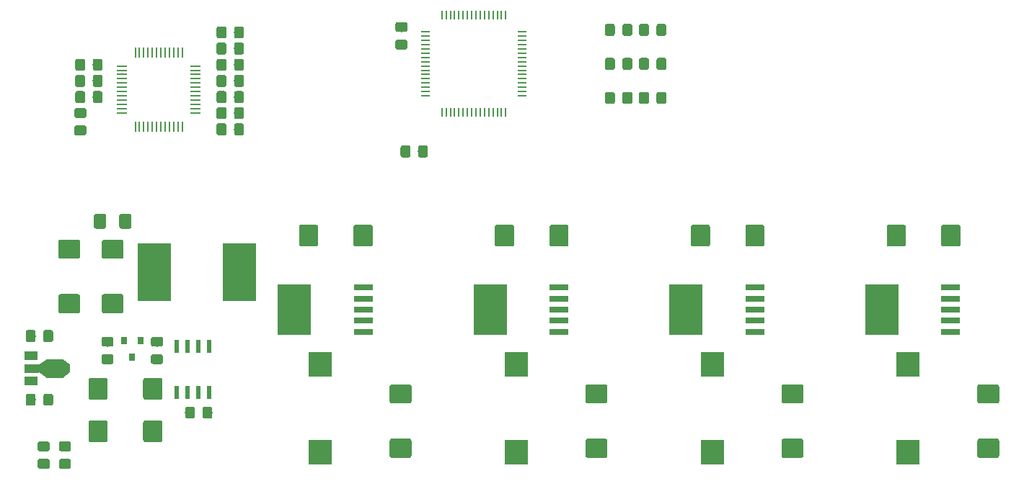
<source format=gtp>
G04 #@! TF.GenerationSoftware,KiCad,Pcbnew,5.0.2-bee76a0~70~ubuntu18.04.1*
G04 #@! TF.CreationDate,2019-04-28T14:18:51+03:00*
G04 #@! TF.ProjectId,LED_controller,4c45445f-636f-46e7-9472-6f6c6c65722e,rev?*
G04 #@! TF.SameCoordinates,Original*
G04 #@! TF.FileFunction,Paste,Top*
G04 #@! TF.FilePolarity,Positive*
%FSLAX45Y45*%
G04 Gerber Fmt 4.5, Leading zero omitted, Abs format (unit mm)*
G04 Created by KiCad (PCBNEW 5.0.2-bee76a0~70~ubuntu18.04.1) date Вс 28 апр 2019 14:18:51*
%MOMM*%
%LPD*%
G01*
G04 APERTURE LIST*
%ADD10C,0.200000*%
%ADD11C,1.150000*%
%ADD12R,2.800000X3.000000*%
%ADD13C,1.425000*%
%ADD14C,2.250000*%
%ADD15R,0.800000X0.900000*%
%ADD16R,0.600000X1.550000*%
%ADD17C,1.000000*%
%ADD18R,1.840000X2.200000*%
%ADD19R,1.500000X1.000000*%
%ADD20R,1.800000X1.000000*%
%ADD21C,0.850000*%
%ADD22R,3.900000X6.900000*%
%ADD23R,4.000000X6.000000*%
%ADD24R,2.200000X0.800000*%
%ADD25R,1.300000X0.250000*%
%ADD26R,0.250000X1.300000*%
%ADD27R,1.000000X0.250000*%
%ADD28R,0.250000X1.000000*%
G04 APERTURE END LIST*
D10*
G04 #@! TO.C,D14*
G36*
X12637450Y-7330120D02*
X12639877Y-7330480D01*
X12642257Y-7331076D01*
X12644567Y-7331903D01*
X12646785Y-7332952D01*
X12648889Y-7334213D01*
X12650860Y-7335675D01*
X12652678Y-7337322D01*
X12654325Y-7339140D01*
X12655787Y-7341111D01*
X12657048Y-7343215D01*
X12658097Y-7345433D01*
X12658923Y-7347743D01*
X12659520Y-7350123D01*
X12659880Y-7352549D01*
X12660000Y-7355000D01*
X12660000Y-7445000D01*
X12659880Y-7447450D01*
X12659520Y-7449877D01*
X12658923Y-7452257D01*
X12658097Y-7454567D01*
X12657048Y-7456785D01*
X12655787Y-7458889D01*
X12654325Y-7460860D01*
X12652678Y-7462678D01*
X12650860Y-7464325D01*
X12648889Y-7465787D01*
X12646785Y-7467048D01*
X12644567Y-7468097D01*
X12642257Y-7468923D01*
X12639877Y-7469520D01*
X12637450Y-7469880D01*
X12635000Y-7470000D01*
X12570000Y-7470000D01*
X12567549Y-7469880D01*
X12565123Y-7469520D01*
X12562743Y-7468923D01*
X12560433Y-7468097D01*
X12558215Y-7467048D01*
X12556111Y-7465787D01*
X12554140Y-7464325D01*
X12552322Y-7462678D01*
X12550675Y-7460860D01*
X12549213Y-7458889D01*
X12547952Y-7456785D01*
X12546903Y-7454567D01*
X12546076Y-7452257D01*
X12545480Y-7449877D01*
X12545120Y-7447450D01*
X12545000Y-7445000D01*
X12545000Y-7355000D01*
X12545120Y-7352549D01*
X12545480Y-7350123D01*
X12546076Y-7347743D01*
X12546903Y-7345433D01*
X12547952Y-7343215D01*
X12549213Y-7341111D01*
X12550675Y-7339140D01*
X12552322Y-7337322D01*
X12554140Y-7335675D01*
X12556111Y-7334213D01*
X12558215Y-7332952D01*
X12560433Y-7331903D01*
X12562743Y-7331076D01*
X12565123Y-7330480D01*
X12567549Y-7330120D01*
X12570000Y-7330000D01*
X12635000Y-7330000D01*
X12637450Y-7330120D01*
X12637450Y-7330120D01*
G37*
D11*
X12602500Y-7400000D03*
D10*
G36*
X12432450Y-7330120D02*
X12434877Y-7330480D01*
X12437257Y-7331076D01*
X12439567Y-7331903D01*
X12441785Y-7332952D01*
X12443889Y-7334213D01*
X12445860Y-7335675D01*
X12447678Y-7337322D01*
X12449325Y-7339140D01*
X12450787Y-7341111D01*
X12452048Y-7343215D01*
X12453097Y-7345433D01*
X12453923Y-7347743D01*
X12454520Y-7350123D01*
X12454880Y-7352549D01*
X12455000Y-7355000D01*
X12455000Y-7445000D01*
X12454880Y-7447450D01*
X12454520Y-7449877D01*
X12453923Y-7452257D01*
X12453097Y-7454567D01*
X12452048Y-7456785D01*
X12450787Y-7458889D01*
X12449325Y-7460860D01*
X12447678Y-7462678D01*
X12445860Y-7464325D01*
X12443889Y-7465787D01*
X12441785Y-7467048D01*
X12439567Y-7468097D01*
X12437257Y-7468923D01*
X12434877Y-7469520D01*
X12432450Y-7469880D01*
X12430000Y-7470000D01*
X12365000Y-7470000D01*
X12362549Y-7469880D01*
X12360123Y-7469520D01*
X12357743Y-7468923D01*
X12355433Y-7468097D01*
X12353215Y-7467048D01*
X12351111Y-7465787D01*
X12349140Y-7464325D01*
X12347322Y-7462678D01*
X12345675Y-7460860D01*
X12344213Y-7458889D01*
X12342952Y-7456785D01*
X12341903Y-7454567D01*
X12341076Y-7452257D01*
X12340480Y-7449877D01*
X12340120Y-7447450D01*
X12340000Y-7445000D01*
X12340000Y-7355000D01*
X12340120Y-7352549D01*
X12340480Y-7350123D01*
X12341076Y-7347743D01*
X12341903Y-7345433D01*
X12342952Y-7343215D01*
X12344213Y-7341111D01*
X12345675Y-7339140D01*
X12347322Y-7337322D01*
X12349140Y-7335675D01*
X12351111Y-7334213D01*
X12353215Y-7332952D01*
X12355433Y-7331903D01*
X12357743Y-7331076D01*
X12360123Y-7330480D01*
X12362549Y-7330120D01*
X12365000Y-7330000D01*
X12430000Y-7330000D01*
X12432450Y-7330120D01*
X12432450Y-7330120D01*
G37*
D11*
X12397500Y-7400000D03*
G04 #@! TD*
D10*
G04 #@! TO.C,D13*
G36*
X12432450Y-6930120D02*
X12434877Y-6930480D01*
X12437257Y-6931076D01*
X12439567Y-6931903D01*
X12441785Y-6932952D01*
X12443889Y-6934213D01*
X12445860Y-6935675D01*
X12447678Y-6937322D01*
X12449325Y-6939140D01*
X12450787Y-6941111D01*
X12452048Y-6943215D01*
X12453097Y-6945433D01*
X12453923Y-6947743D01*
X12454520Y-6950123D01*
X12454880Y-6952549D01*
X12455000Y-6955000D01*
X12455000Y-7045000D01*
X12454880Y-7047450D01*
X12454520Y-7049877D01*
X12453923Y-7052257D01*
X12453097Y-7054567D01*
X12452048Y-7056785D01*
X12450787Y-7058889D01*
X12449325Y-7060860D01*
X12447678Y-7062678D01*
X12445860Y-7064325D01*
X12443889Y-7065787D01*
X12441785Y-7067048D01*
X12439567Y-7068097D01*
X12437257Y-7068923D01*
X12434877Y-7069520D01*
X12432450Y-7069880D01*
X12430000Y-7070000D01*
X12365000Y-7070000D01*
X12362549Y-7069880D01*
X12360123Y-7069520D01*
X12357743Y-7068923D01*
X12355433Y-7068097D01*
X12353215Y-7067048D01*
X12351111Y-7065787D01*
X12349140Y-7064325D01*
X12347322Y-7062678D01*
X12345675Y-7060860D01*
X12344213Y-7058889D01*
X12342952Y-7056785D01*
X12341903Y-7054567D01*
X12341076Y-7052257D01*
X12340480Y-7049877D01*
X12340120Y-7047450D01*
X12340000Y-7045000D01*
X12340000Y-6955000D01*
X12340120Y-6952549D01*
X12340480Y-6950123D01*
X12341076Y-6947743D01*
X12341903Y-6945433D01*
X12342952Y-6943215D01*
X12344213Y-6941111D01*
X12345675Y-6939140D01*
X12347322Y-6937322D01*
X12349140Y-6935675D01*
X12351111Y-6934213D01*
X12353215Y-6932952D01*
X12355433Y-6931903D01*
X12357743Y-6931076D01*
X12360123Y-6930480D01*
X12362549Y-6930120D01*
X12365000Y-6930000D01*
X12430000Y-6930000D01*
X12432450Y-6930120D01*
X12432450Y-6930120D01*
G37*
D11*
X12397500Y-7000000D03*
D10*
G36*
X12637450Y-6930120D02*
X12639877Y-6930480D01*
X12642257Y-6931076D01*
X12644567Y-6931903D01*
X12646785Y-6932952D01*
X12648889Y-6934213D01*
X12650860Y-6935675D01*
X12652678Y-6937322D01*
X12654325Y-6939140D01*
X12655787Y-6941111D01*
X12657048Y-6943215D01*
X12658097Y-6945433D01*
X12658923Y-6947743D01*
X12659520Y-6950123D01*
X12659880Y-6952549D01*
X12660000Y-6955000D01*
X12660000Y-7045000D01*
X12659880Y-7047450D01*
X12659520Y-7049877D01*
X12658923Y-7052257D01*
X12658097Y-7054567D01*
X12657048Y-7056785D01*
X12655787Y-7058889D01*
X12654325Y-7060860D01*
X12652678Y-7062678D01*
X12650860Y-7064325D01*
X12648889Y-7065787D01*
X12646785Y-7067048D01*
X12644567Y-7068097D01*
X12642257Y-7068923D01*
X12639877Y-7069520D01*
X12637450Y-7069880D01*
X12635000Y-7070000D01*
X12570000Y-7070000D01*
X12567549Y-7069880D01*
X12565123Y-7069520D01*
X12562743Y-7068923D01*
X12560433Y-7068097D01*
X12558215Y-7067048D01*
X12556111Y-7065787D01*
X12554140Y-7064325D01*
X12552322Y-7062678D01*
X12550675Y-7060860D01*
X12549213Y-7058889D01*
X12547952Y-7056785D01*
X12546903Y-7054567D01*
X12546076Y-7052257D01*
X12545480Y-7049877D01*
X12545120Y-7047450D01*
X12545000Y-7045000D01*
X12545000Y-6955000D01*
X12545120Y-6952549D01*
X12545480Y-6950123D01*
X12546076Y-6947743D01*
X12546903Y-6945433D01*
X12547952Y-6943215D01*
X12549213Y-6941111D01*
X12550675Y-6939140D01*
X12552322Y-6937322D01*
X12554140Y-6935675D01*
X12556111Y-6934213D01*
X12558215Y-6932952D01*
X12560433Y-6931903D01*
X12562743Y-6931076D01*
X12565123Y-6930480D01*
X12567549Y-6930120D01*
X12570000Y-6930000D01*
X12635000Y-6930000D01*
X12637450Y-6930120D01*
X12637450Y-6930120D01*
G37*
D11*
X12602500Y-7000000D03*
G04 #@! TD*
D10*
G04 #@! TO.C,D15*
G36*
X12637450Y-7730120D02*
X12639877Y-7730480D01*
X12642257Y-7731076D01*
X12644567Y-7731903D01*
X12646785Y-7732952D01*
X12648889Y-7734213D01*
X12650860Y-7735675D01*
X12652678Y-7737322D01*
X12654325Y-7739140D01*
X12655787Y-7741111D01*
X12657048Y-7743215D01*
X12658097Y-7745433D01*
X12658923Y-7747743D01*
X12659520Y-7750123D01*
X12659880Y-7752549D01*
X12660000Y-7755000D01*
X12660000Y-7845000D01*
X12659880Y-7847450D01*
X12659520Y-7849877D01*
X12658923Y-7852257D01*
X12658097Y-7854567D01*
X12657048Y-7856785D01*
X12655787Y-7858889D01*
X12654325Y-7860860D01*
X12652678Y-7862678D01*
X12650860Y-7864325D01*
X12648889Y-7865787D01*
X12646785Y-7867048D01*
X12644567Y-7868097D01*
X12642257Y-7868923D01*
X12639877Y-7869520D01*
X12637450Y-7869880D01*
X12635000Y-7870000D01*
X12570000Y-7870000D01*
X12567549Y-7869880D01*
X12565123Y-7869520D01*
X12562743Y-7868923D01*
X12560433Y-7868097D01*
X12558215Y-7867048D01*
X12556111Y-7865787D01*
X12554140Y-7864325D01*
X12552322Y-7862678D01*
X12550675Y-7860860D01*
X12549213Y-7858889D01*
X12547952Y-7856785D01*
X12546903Y-7854567D01*
X12546076Y-7852257D01*
X12545480Y-7849877D01*
X12545120Y-7847450D01*
X12545000Y-7845000D01*
X12545000Y-7755000D01*
X12545120Y-7752549D01*
X12545480Y-7750123D01*
X12546076Y-7747743D01*
X12546903Y-7745433D01*
X12547952Y-7743215D01*
X12549213Y-7741111D01*
X12550675Y-7739140D01*
X12552322Y-7737322D01*
X12554140Y-7735675D01*
X12556111Y-7734213D01*
X12558215Y-7732952D01*
X12560433Y-7731903D01*
X12562743Y-7731076D01*
X12565123Y-7730480D01*
X12567549Y-7730120D01*
X12570000Y-7730000D01*
X12635000Y-7730000D01*
X12637450Y-7730120D01*
X12637450Y-7730120D01*
G37*
D11*
X12602500Y-7800000D03*
D10*
G36*
X12432450Y-7730120D02*
X12434877Y-7730480D01*
X12437257Y-7731076D01*
X12439567Y-7731903D01*
X12441785Y-7732952D01*
X12443889Y-7734213D01*
X12445860Y-7735675D01*
X12447678Y-7737322D01*
X12449325Y-7739140D01*
X12450787Y-7741111D01*
X12452048Y-7743215D01*
X12453097Y-7745433D01*
X12453923Y-7747743D01*
X12454520Y-7750123D01*
X12454880Y-7752549D01*
X12455000Y-7755000D01*
X12455000Y-7845000D01*
X12454880Y-7847450D01*
X12454520Y-7849877D01*
X12453923Y-7852257D01*
X12453097Y-7854567D01*
X12452048Y-7856785D01*
X12450787Y-7858889D01*
X12449325Y-7860860D01*
X12447678Y-7862678D01*
X12445860Y-7864325D01*
X12443889Y-7865787D01*
X12441785Y-7867048D01*
X12439567Y-7868097D01*
X12437257Y-7868923D01*
X12434877Y-7869520D01*
X12432450Y-7869880D01*
X12430000Y-7870000D01*
X12365000Y-7870000D01*
X12362549Y-7869880D01*
X12360123Y-7869520D01*
X12357743Y-7868923D01*
X12355433Y-7868097D01*
X12353215Y-7867048D01*
X12351111Y-7865787D01*
X12349140Y-7864325D01*
X12347322Y-7862678D01*
X12345675Y-7860860D01*
X12344213Y-7858889D01*
X12342952Y-7856785D01*
X12341903Y-7854567D01*
X12341076Y-7852257D01*
X12340480Y-7849877D01*
X12340120Y-7847450D01*
X12340000Y-7845000D01*
X12340000Y-7755000D01*
X12340120Y-7752549D01*
X12340480Y-7750123D01*
X12341076Y-7747743D01*
X12341903Y-7745433D01*
X12342952Y-7743215D01*
X12344213Y-7741111D01*
X12345675Y-7739140D01*
X12347322Y-7737322D01*
X12349140Y-7735675D01*
X12351111Y-7734213D01*
X12353215Y-7732952D01*
X12355433Y-7731903D01*
X12357743Y-7731076D01*
X12360123Y-7730480D01*
X12362549Y-7730120D01*
X12365000Y-7730000D01*
X12430000Y-7730000D01*
X12432450Y-7730120D01*
X12432450Y-7730120D01*
G37*
D11*
X12397500Y-7800000D03*
G04 #@! TD*
D12*
G04 #@! TO.C,L5*
X15500000Y-11965000D03*
X15500000Y-10935000D03*
G04 #@! TD*
G04 #@! TO.C,L4*
X13200000Y-11965000D03*
X13200000Y-10935000D03*
G04 #@! TD*
G04 #@! TO.C,L3*
X10900000Y-11965000D03*
X10900000Y-10935000D03*
G04 #@! TD*
G04 #@! TO.C,L2*
X8600000Y-11965000D03*
X8600000Y-10935000D03*
G04 #@! TD*
D10*
G04 #@! TO.C,R12*
G36*
X5647450Y-12045120D02*
X5649877Y-12045480D01*
X5652257Y-12046076D01*
X5654567Y-12046903D01*
X5656785Y-12047952D01*
X5658889Y-12049213D01*
X5660860Y-12050675D01*
X5662678Y-12052322D01*
X5664325Y-12054140D01*
X5665787Y-12056111D01*
X5667048Y-12058215D01*
X5668097Y-12060433D01*
X5668923Y-12062743D01*
X5669520Y-12065123D01*
X5669880Y-12067549D01*
X5670000Y-12070000D01*
X5670000Y-12135000D01*
X5669880Y-12137450D01*
X5669520Y-12139877D01*
X5668923Y-12142257D01*
X5668097Y-12144567D01*
X5667048Y-12146785D01*
X5665787Y-12148889D01*
X5664325Y-12150860D01*
X5662678Y-12152678D01*
X5660860Y-12154325D01*
X5658889Y-12155787D01*
X5656785Y-12157048D01*
X5654567Y-12158097D01*
X5652257Y-12158923D01*
X5649877Y-12159520D01*
X5647450Y-12159880D01*
X5645000Y-12160000D01*
X5555000Y-12160000D01*
X5552550Y-12159880D01*
X5550123Y-12159520D01*
X5547743Y-12158923D01*
X5545433Y-12158097D01*
X5543215Y-12157048D01*
X5541111Y-12155787D01*
X5539140Y-12154325D01*
X5537322Y-12152678D01*
X5535675Y-12150860D01*
X5534213Y-12148889D01*
X5532952Y-12146785D01*
X5531903Y-12144567D01*
X5531077Y-12142257D01*
X5530480Y-12139877D01*
X5530120Y-12137450D01*
X5530000Y-12135000D01*
X5530000Y-12070000D01*
X5530120Y-12067549D01*
X5530480Y-12065123D01*
X5531077Y-12062743D01*
X5531903Y-12060433D01*
X5532952Y-12058215D01*
X5534213Y-12056111D01*
X5535675Y-12054140D01*
X5537322Y-12052322D01*
X5539140Y-12050675D01*
X5541111Y-12049213D01*
X5543215Y-12047952D01*
X5545433Y-12046903D01*
X5547743Y-12046076D01*
X5550123Y-12045480D01*
X5552550Y-12045120D01*
X5555000Y-12045000D01*
X5645000Y-12045000D01*
X5647450Y-12045120D01*
X5647450Y-12045120D01*
G37*
D11*
X5600000Y-12102500D03*
D10*
G36*
X5647450Y-11840120D02*
X5649877Y-11840480D01*
X5652257Y-11841076D01*
X5654567Y-11841903D01*
X5656785Y-11842952D01*
X5658889Y-11844213D01*
X5660860Y-11845675D01*
X5662678Y-11847322D01*
X5664325Y-11849140D01*
X5665787Y-11851111D01*
X5667048Y-11853215D01*
X5668097Y-11855433D01*
X5668923Y-11857743D01*
X5669520Y-11860123D01*
X5669880Y-11862549D01*
X5670000Y-11865000D01*
X5670000Y-11930000D01*
X5669880Y-11932450D01*
X5669520Y-11934877D01*
X5668923Y-11937257D01*
X5668097Y-11939567D01*
X5667048Y-11941785D01*
X5665787Y-11943889D01*
X5664325Y-11945860D01*
X5662678Y-11947678D01*
X5660860Y-11949325D01*
X5658889Y-11950787D01*
X5656785Y-11952048D01*
X5654567Y-11953097D01*
X5652257Y-11953923D01*
X5649877Y-11954520D01*
X5647450Y-11954880D01*
X5645000Y-11955000D01*
X5555000Y-11955000D01*
X5552550Y-11954880D01*
X5550123Y-11954520D01*
X5547743Y-11953923D01*
X5545433Y-11953097D01*
X5543215Y-11952048D01*
X5541111Y-11950787D01*
X5539140Y-11949325D01*
X5537322Y-11947678D01*
X5535675Y-11945860D01*
X5534213Y-11943889D01*
X5532952Y-11941785D01*
X5531903Y-11939567D01*
X5531077Y-11937257D01*
X5530480Y-11934877D01*
X5530120Y-11932450D01*
X5530000Y-11930000D01*
X5530000Y-11865000D01*
X5530120Y-11862549D01*
X5530480Y-11860123D01*
X5531077Y-11857743D01*
X5531903Y-11855433D01*
X5532952Y-11853215D01*
X5534213Y-11851111D01*
X5535675Y-11849140D01*
X5537322Y-11847322D01*
X5539140Y-11845675D01*
X5541111Y-11844213D01*
X5543215Y-11842952D01*
X5545433Y-11841903D01*
X5547743Y-11841076D01*
X5550123Y-11840480D01*
X5552550Y-11840120D01*
X5555000Y-11840000D01*
X5645000Y-11840000D01*
X5647450Y-11840120D01*
X5647450Y-11840120D01*
G37*
D11*
X5600000Y-11897500D03*
G04 #@! TD*
D10*
G04 #@! TO.C,C39*
G36*
X9597451Y-6910120D02*
X9599877Y-6910480D01*
X9602257Y-6911076D01*
X9604567Y-6911903D01*
X9606785Y-6912952D01*
X9608889Y-6914213D01*
X9610860Y-6915675D01*
X9612678Y-6917322D01*
X9614325Y-6919140D01*
X9615787Y-6921111D01*
X9617048Y-6923215D01*
X9618097Y-6925433D01*
X9618924Y-6927743D01*
X9619520Y-6930123D01*
X9619880Y-6932549D01*
X9620000Y-6935000D01*
X9620000Y-7000000D01*
X9619880Y-7002450D01*
X9619520Y-7004877D01*
X9618924Y-7007257D01*
X9618097Y-7009567D01*
X9617048Y-7011785D01*
X9615787Y-7013889D01*
X9614325Y-7015860D01*
X9612678Y-7017678D01*
X9610860Y-7019325D01*
X9608889Y-7020787D01*
X9606785Y-7022048D01*
X9604567Y-7023097D01*
X9602257Y-7023923D01*
X9599877Y-7024520D01*
X9597451Y-7024880D01*
X9595000Y-7025000D01*
X9505000Y-7025000D01*
X9502550Y-7024880D01*
X9500123Y-7024520D01*
X9497743Y-7023923D01*
X9495433Y-7023097D01*
X9493215Y-7022048D01*
X9491111Y-7020787D01*
X9489140Y-7019325D01*
X9487322Y-7017678D01*
X9485675Y-7015860D01*
X9484213Y-7013889D01*
X9482952Y-7011785D01*
X9481903Y-7009567D01*
X9481077Y-7007257D01*
X9480480Y-7004877D01*
X9480120Y-7002450D01*
X9480000Y-7000000D01*
X9480000Y-6935000D01*
X9480120Y-6932549D01*
X9480480Y-6930123D01*
X9481077Y-6927743D01*
X9481903Y-6925433D01*
X9482952Y-6923215D01*
X9484213Y-6921111D01*
X9485675Y-6919140D01*
X9487322Y-6917322D01*
X9489140Y-6915675D01*
X9491111Y-6914213D01*
X9493215Y-6912952D01*
X9495433Y-6911903D01*
X9497743Y-6911076D01*
X9500123Y-6910480D01*
X9502550Y-6910120D01*
X9505000Y-6910000D01*
X9595000Y-6910000D01*
X9597451Y-6910120D01*
X9597451Y-6910120D01*
G37*
D11*
X9550000Y-6967500D03*
D10*
G36*
X9597451Y-7115120D02*
X9599877Y-7115480D01*
X9602257Y-7116076D01*
X9604567Y-7116903D01*
X9606785Y-7117952D01*
X9608889Y-7119213D01*
X9610860Y-7120675D01*
X9612678Y-7122322D01*
X9614325Y-7124140D01*
X9615787Y-7126111D01*
X9617048Y-7128215D01*
X9618097Y-7130433D01*
X9618924Y-7132743D01*
X9619520Y-7135123D01*
X9619880Y-7137549D01*
X9620000Y-7140000D01*
X9620000Y-7205000D01*
X9619880Y-7207450D01*
X9619520Y-7209877D01*
X9618924Y-7212257D01*
X9618097Y-7214567D01*
X9617048Y-7216785D01*
X9615787Y-7218889D01*
X9614325Y-7220860D01*
X9612678Y-7222678D01*
X9610860Y-7224325D01*
X9608889Y-7225787D01*
X9606785Y-7227048D01*
X9604567Y-7228097D01*
X9602257Y-7228923D01*
X9599877Y-7229520D01*
X9597451Y-7229880D01*
X9595000Y-7230000D01*
X9505000Y-7230000D01*
X9502550Y-7229880D01*
X9500123Y-7229520D01*
X9497743Y-7228923D01*
X9495433Y-7228097D01*
X9493215Y-7227048D01*
X9491111Y-7225787D01*
X9489140Y-7224325D01*
X9487322Y-7222678D01*
X9485675Y-7220860D01*
X9484213Y-7218889D01*
X9482952Y-7216785D01*
X9481903Y-7214567D01*
X9481077Y-7212257D01*
X9480480Y-7209877D01*
X9480120Y-7207450D01*
X9480000Y-7205000D01*
X9480000Y-7140000D01*
X9480120Y-7137549D01*
X9480480Y-7135123D01*
X9481077Y-7132743D01*
X9481903Y-7130433D01*
X9482952Y-7128215D01*
X9484213Y-7126111D01*
X9485675Y-7124140D01*
X9487322Y-7122322D01*
X9489140Y-7120675D01*
X9491111Y-7119213D01*
X9493215Y-7117952D01*
X9495433Y-7116903D01*
X9497743Y-7116076D01*
X9500123Y-7115480D01*
X9502550Y-7115120D01*
X9505000Y-7115000D01*
X9595000Y-7115000D01*
X9597451Y-7115120D01*
X9597451Y-7115120D01*
G37*
D11*
X9550000Y-7172500D03*
G04 #@! TD*
D10*
G04 #@! TO.C,C7*
G36*
X5437451Y-11280120D02*
X5439877Y-11280480D01*
X5442257Y-11281076D01*
X5444567Y-11281903D01*
X5446785Y-11282952D01*
X5448889Y-11284213D01*
X5450860Y-11285675D01*
X5452678Y-11287322D01*
X5454325Y-11289140D01*
X5455787Y-11291111D01*
X5457048Y-11293215D01*
X5458097Y-11295433D01*
X5458924Y-11297743D01*
X5459520Y-11300123D01*
X5459880Y-11302549D01*
X5460000Y-11305000D01*
X5460000Y-11395000D01*
X5459880Y-11397450D01*
X5459520Y-11399877D01*
X5458924Y-11402257D01*
X5458097Y-11404567D01*
X5457048Y-11406785D01*
X5455787Y-11408889D01*
X5454325Y-11410860D01*
X5452678Y-11412678D01*
X5450860Y-11414325D01*
X5448889Y-11415787D01*
X5446785Y-11417048D01*
X5444567Y-11418097D01*
X5442257Y-11418923D01*
X5439877Y-11419520D01*
X5437451Y-11419880D01*
X5435000Y-11420000D01*
X5370000Y-11420000D01*
X5367550Y-11419880D01*
X5365123Y-11419520D01*
X5362743Y-11418923D01*
X5360433Y-11418097D01*
X5358215Y-11417048D01*
X5356111Y-11415787D01*
X5354140Y-11414325D01*
X5352322Y-11412678D01*
X5350675Y-11410860D01*
X5349213Y-11408889D01*
X5347952Y-11406785D01*
X5346903Y-11404567D01*
X5346077Y-11402257D01*
X5345480Y-11399877D01*
X5345120Y-11397450D01*
X5345000Y-11395000D01*
X5345000Y-11305000D01*
X5345120Y-11302549D01*
X5345480Y-11300123D01*
X5346077Y-11297743D01*
X5346903Y-11295433D01*
X5347952Y-11293215D01*
X5349213Y-11291111D01*
X5350675Y-11289140D01*
X5352322Y-11287322D01*
X5354140Y-11285675D01*
X5356111Y-11284213D01*
X5358215Y-11282952D01*
X5360433Y-11281903D01*
X5362743Y-11281076D01*
X5365123Y-11280480D01*
X5367550Y-11280120D01*
X5370000Y-11280000D01*
X5435000Y-11280000D01*
X5437451Y-11280120D01*
X5437451Y-11280120D01*
G37*
D11*
X5402500Y-11350000D03*
D10*
G36*
X5232451Y-11280120D02*
X5234877Y-11280480D01*
X5237257Y-11281076D01*
X5239567Y-11281903D01*
X5241785Y-11282952D01*
X5243889Y-11284213D01*
X5245860Y-11285675D01*
X5247678Y-11287322D01*
X5249325Y-11289140D01*
X5250787Y-11291111D01*
X5252048Y-11293215D01*
X5253097Y-11295433D01*
X5253924Y-11297743D01*
X5254520Y-11300123D01*
X5254880Y-11302549D01*
X5255000Y-11305000D01*
X5255000Y-11395000D01*
X5254880Y-11397450D01*
X5254520Y-11399877D01*
X5253924Y-11402257D01*
X5253097Y-11404567D01*
X5252048Y-11406785D01*
X5250787Y-11408889D01*
X5249325Y-11410860D01*
X5247678Y-11412678D01*
X5245860Y-11414325D01*
X5243889Y-11415787D01*
X5241785Y-11417048D01*
X5239567Y-11418097D01*
X5237257Y-11418923D01*
X5234877Y-11419520D01*
X5232451Y-11419880D01*
X5230000Y-11420000D01*
X5165000Y-11420000D01*
X5162550Y-11419880D01*
X5160123Y-11419520D01*
X5157743Y-11418923D01*
X5155433Y-11418097D01*
X5153215Y-11417048D01*
X5151111Y-11415787D01*
X5149140Y-11414325D01*
X5147322Y-11412678D01*
X5145675Y-11410860D01*
X5144213Y-11408889D01*
X5142952Y-11406785D01*
X5141903Y-11404567D01*
X5141077Y-11402257D01*
X5140480Y-11399877D01*
X5140120Y-11397450D01*
X5140000Y-11395000D01*
X5140000Y-11305000D01*
X5140120Y-11302549D01*
X5140480Y-11300123D01*
X5141077Y-11297743D01*
X5141903Y-11295433D01*
X5142952Y-11293215D01*
X5144213Y-11291111D01*
X5145675Y-11289140D01*
X5147322Y-11287322D01*
X5149140Y-11285675D01*
X5151111Y-11284213D01*
X5153215Y-11282952D01*
X5155433Y-11281903D01*
X5157743Y-11281076D01*
X5160123Y-11280480D01*
X5162550Y-11280120D01*
X5165000Y-11280000D01*
X5230000Y-11280000D01*
X5232451Y-11280120D01*
X5232451Y-11280120D01*
G37*
D11*
X5197500Y-11350000D03*
G04 #@! TD*
D10*
G04 #@! TO.C,C8*
G36*
X5437451Y-10530120D02*
X5439877Y-10530480D01*
X5442257Y-10531077D01*
X5444567Y-10531903D01*
X5446785Y-10532952D01*
X5448889Y-10534213D01*
X5450860Y-10535675D01*
X5452678Y-10537322D01*
X5454325Y-10539140D01*
X5455787Y-10541111D01*
X5457048Y-10543215D01*
X5458097Y-10545433D01*
X5458924Y-10547743D01*
X5459520Y-10550123D01*
X5459880Y-10552550D01*
X5460000Y-10555000D01*
X5460000Y-10645000D01*
X5459880Y-10647451D01*
X5459520Y-10649877D01*
X5458924Y-10652257D01*
X5458097Y-10654567D01*
X5457048Y-10656785D01*
X5455787Y-10658889D01*
X5454325Y-10660860D01*
X5452678Y-10662678D01*
X5450860Y-10664325D01*
X5448889Y-10665787D01*
X5446785Y-10667048D01*
X5444567Y-10668097D01*
X5442257Y-10668924D01*
X5439877Y-10669520D01*
X5437451Y-10669880D01*
X5435000Y-10670000D01*
X5370000Y-10670000D01*
X5367550Y-10669880D01*
X5365123Y-10669520D01*
X5362743Y-10668924D01*
X5360433Y-10668097D01*
X5358215Y-10667048D01*
X5356111Y-10665787D01*
X5354140Y-10664325D01*
X5352322Y-10662678D01*
X5350675Y-10660860D01*
X5349213Y-10658889D01*
X5347952Y-10656785D01*
X5346903Y-10654567D01*
X5346077Y-10652257D01*
X5345480Y-10649877D01*
X5345120Y-10647451D01*
X5345000Y-10645000D01*
X5345000Y-10555000D01*
X5345120Y-10552550D01*
X5345480Y-10550123D01*
X5346077Y-10547743D01*
X5346903Y-10545433D01*
X5347952Y-10543215D01*
X5349213Y-10541111D01*
X5350675Y-10539140D01*
X5352322Y-10537322D01*
X5354140Y-10535675D01*
X5356111Y-10534213D01*
X5358215Y-10532952D01*
X5360433Y-10531903D01*
X5362743Y-10531077D01*
X5365123Y-10530480D01*
X5367550Y-10530120D01*
X5370000Y-10530000D01*
X5435000Y-10530000D01*
X5437451Y-10530120D01*
X5437451Y-10530120D01*
G37*
D11*
X5402500Y-10600000D03*
D10*
G36*
X5232451Y-10530120D02*
X5234877Y-10530480D01*
X5237257Y-10531077D01*
X5239567Y-10531903D01*
X5241785Y-10532952D01*
X5243889Y-10534213D01*
X5245860Y-10535675D01*
X5247678Y-10537322D01*
X5249325Y-10539140D01*
X5250787Y-10541111D01*
X5252048Y-10543215D01*
X5253097Y-10545433D01*
X5253924Y-10547743D01*
X5254520Y-10550123D01*
X5254880Y-10552550D01*
X5255000Y-10555000D01*
X5255000Y-10645000D01*
X5254880Y-10647451D01*
X5254520Y-10649877D01*
X5253924Y-10652257D01*
X5253097Y-10654567D01*
X5252048Y-10656785D01*
X5250787Y-10658889D01*
X5249325Y-10660860D01*
X5247678Y-10662678D01*
X5245860Y-10664325D01*
X5243889Y-10665787D01*
X5241785Y-10667048D01*
X5239567Y-10668097D01*
X5237257Y-10668924D01*
X5234877Y-10669520D01*
X5232451Y-10669880D01*
X5230000Y-10670000D01*
X5165000Y-10670000D01*
X5162550Y-10669880D01*
X5160123Y-10669520D01*
X5157743Y-10668924D01*
X5155433Y-10668097D01*
X5153215Y-10667048D01*
X5151111Y-10665787D01*
X5149140Y-10664325D01*
X5147322Y-10662678D01*
X5145675Y-10660860D01*
X5144213Y-10658889D01*
X5142952Y-10656785D01*
X5141903Y-10654567D01*
X5141077Y-10652257D01*
X5140480Y-10649877D01*
X5140120Y-10647451D01*
X5140000Y-10645000D01*
X5140000Y-10555000D01*
X5140120Y-10552550D01*
X5140480Y-10550123D01*
X5141077Y-10547743D01*
X5141903Y-10545433D01*
X5142952Y-10543215D01*
X5144213Y-10541111D01*
X5145675Y-10539140D01*
X5147322Y-10537322D01*
X5149140Y-10535675D01*
X5151111Y-10534213D01*
X5153215Y-10532952D01*
X5155433Y-10531903D01*
X5157743Y-10531077D01*
X5160123Y-10530480D01*
X5162550Y-10530120D01*
X5165000Y-10530000D01*
X5230000Y-10530000D01*
X5232451Y-10530120D01*
X5232451Y-10530120D01*
G37*
D11*
X5197500Y-10600000D03*
G04 #@! TD*
D10*
G04 #@! TO.C,C6*
G36*
X6357450Y-9162620D02*
X6359877Y-9162980D01*
X6362257Y-9163577D01*
X6364567Y-9164403D01*
X6366785Y-9165452D01*
X6368889Y-9166713D01*
X6370860Y-9168175D01*
X6372678Y-9169822D01*
X6374325Y-9171640D01*
X6375787Y-9173611D01*
X6377048Y-9175715D01*
X6378097Y-9177933D01*
X6378923Y-9180243D01*
X6379520Y-9182623D01*
X6379880Y-9185050D01*
X6380000Y-9187500D01*
X6380000Y-9312500D01*
X6379880Y-9314950D01*
X6379520Y-9317377D01*
X6378923Y-9319757D01*
X6378097Y-9322067D01*
X6377048Y-9324285D01*
X6375787Y-9326389D01*
X6374325Y-9328360D01*
X6372678Y-9330178D01*
X6370860Y-9331825D01*
X6368889Y-9333287D01*
X6366785Y-9334548D01*
X6364567Y-9335597D01*
X6362257Y-9336424D01*
X6359877Y-9337020D01*
X6357450Y-9337380D01*
X6355000Y-9337500D01*
X6262500Y-9337500D01*
X6260050Y-9337380D01*
X6257623Y-9337020D01*
X6255243Y-9336424D01*
X6252933Y-9335597D01*
X6250715Y-9334548D01*
X6248611Y-9333287D01*
X6246640Y-9331825D01*
X6244822Y-9330178D01*
X6243175Y-9328360D01*
X6241713Y-9326389D01*
X6240452Y-9324285D01*
X6239403Y-9322067D01*
X6238576Y-9319757D01*
X6237980Y-9317377D01*
X6237620Y-9314950D01*
X6237500Y-9312500D01*
X6237500Y-9187500D01*
X6237620Y-9185050D01*
X6237980Y-9182623D01*
X6238576Y-9180243D01*
X6239403Y-9177933D01*
X6240452Y-9175715D01*
X6241713Y-9173611D01*
X6243175Y-9171640D01*
X6244822Y-9169822D01*
X6246640Y-9168175D01*
X6248611Y-9166713D01*
X6250715Y-9165452D01*
X6252933Y-9164403D01*
X6255243Y-9163577D01*
X6257623Y-9162980D01*
X6260050Y-9162620D01*
X6262500Y-9162500D01*
X6355000Y-9162500D01*
X6357450Y-9162620D01*
X6357450Y-9162620D01*
G37*
D13*
X6308750Y-9250000D03*
D10*
G36*
X6059950Y-9162620D02*
X6062377Y-9162980D01*
X6064757Y-9163577D01*
X6067067Y-9164403D01*
X6069285Y-9165452D01*
X6071389Y-9166713D01*
X6073360Y-9168175D01*
X6075178Y-9169822D01*
X6076825Y-9171640D01*
X6078287Y-9173611D01*
X6079548Y-9175715D01*
X6080597Y-9177933D01*
X6081423Y-9180243D01*
X6082020Y-9182623D01*
X6082380Y-9185050D01*
X6082500Y-9187500D01*
X6082500Y-9312500D01*
X6082380Y-9314950D01*
X6082020Y-9317377D01*
X6081423Y-9319757D01*
X6080597Y-9322067D01*
X6079548Y-9324285D01*
X6078287Y-9326389D01*
X6076825Y-9328360D01*
X6075178Y-9330178D01*
X6073360Y-9331825D01*
X6071389Y-9333287D01*
X6069285Y-9334548D01*
X6067067Y-9335597D01*
X6064757Y-9336424D01*
X6062377Y-9337020D01*
X6059950Y-9337380D01*
X6057500Y-9337500D01*
X5965000Y-9337500D01*
X5962550Y-9337380D01*
X5960123Y-9337020D01*
X5957743Y-9336424D01*
X5955433Y-9335597D01*
X5953215Y-9334548D01*
X5951111Y-9333287D01*
X5949140Y-9331825D01*
X5947322Y-9330178D01*
X5945675Y-9328360D01*
X5944213Y-9326389D01*
X5942952Y-9324285D01*
X5941903Y-9322067D01*
X5941076Y-9319757D01*
X5940480Y-9317377D01*
X5940120Y-9314950D01*
X5940000Y-9312500D01*
X5940000Y-9187500D01*
X5940120Y-9185050D01*
X5940480Y-9182623D01*
X5941076Y-9180243D01*
X5941903Y-9177933D01*
X5942952Y-9175715D01*
X5944213Y-9173611D01*
X5945675Y-9171640D01*
X5947322Y-9169822D01*
X5949140Y-9168175D01*
X5951111Y-9166713D01*
X5953215Y-9165452D01*
X5955433Y-9164403D01*
X5957743Y-9163577D01*
X5960123Y-9162980D01*
X5962550Y-9162620D01*
X5965000Y-9162500D01*
X6057500Y-9162500D01*
X6059950Y-9162620D01*
X6059950Y-9162620D01*
G37*
D13*
X6011250Y-9250000D03*
G04 #@! TD*
D10*
G04 #@! TO.C,C1*
G36*
X6079950Y-11592620D02*
X6082377Y-11592980D01*
X6084757Y-11593576D01*
X6087067Y-11594403D01*
X6089285Y-11595452D01*
X6091389Y-11596713D01*
X6093360Y-11598175D01*
X6095178Y-11599822D01*
X6096825Y-11601640D01*
X6098287Y-11603611D01*
X6099548Y-11605715D01*
X6100597Y-11607933D01*
X6101423Y-11610243D01*
X6102020Y-11612623D01*
X6102380Y-11615049D01*
X6102500Y-11617500D01*
X6102500Y-11822500D01*
X6102380Y-11824950D01*
X6102020Y-11827377D01*
X6101423Y-11829757D01*
X6100597Y-11832067D01*
X6099548Y-11834285D01*
X6098287Y-11836389D01*
X6096825Y-11838360D01*
X6095178Y-11840178D01*
X6093360Y-11841825D01*
X6091389Y-11843287D01*
X6089285Y-11844548D01*
X6087067Y-11845597D01*
X6084757Y-11846423D01*
X6082377Y-11847020D01*
X6079950Y-11847380D01*
X6077500Y-11847500D01*
X5902500Y-11847500D01*
X5900049Y-11847380D01*
X5897623Y-11847020D01*
X5895243Y-11846423D01*
X5892933Y-11845597D01*
X5890715Y-11844548D01*
X5888611Y-11843287D01*
X5886640Y-11841825D01*
X5884822Y-11840178D01*
X5883175Y-11838360D01*
X5881713Y-11836389D01*
X5880452Y-11834285D01*
X5879403Y-11832067D01*
X5878576Y-11829757D01*
X5877980Y-11827377D01*
X5877620Y-11824950D01*
X5877500Y-11822500D01*
X5877500Y-11617500D01*
X5877620Y-11615049D01*
X5877980Y-11612623D01*
X5878576Y-11610243D01*
X5879403Y-11607933D01*
X5880452Y-11605715D01*
X5881713Y-11603611D01*
X5883175Y-11601640D01*
X5884822Y-11599822D01*
X5886640Y-11598175D01*
X5888611Y-11596713D01*
X5890715Y-11595452D01*
X5892933Y-11594403D01*
X5895243Y-11593576D01*
X5897623Y-11592980D01*
X5900049Y-11592620D01*
X5902500Y-11592500D01*
X6077500Y-11592500D01*
X6079950Y-11592620D01*
X6079950Y-11592620D01*
G37*
D14*
X5990000Y-11720000D03*
D10*
G36*
X6719950Y-11592620D02*
X6722377Y-11592980D01*
X6724757Y-11593576D01*
X6727067Y-11594403D01*
X6729285Y-11595452D01*
X6731389Y-11596713D01*
X6733360Y-11598175D01*
X6735178Y-11599822D01*
X6736825Y-11601640D01*
X6738287Y-11603611D01*
X6739548Y-11605715D01*
X6740597Y-11607933D01*
X6741423Y-11610243D01*
X6742020Y-11612623D01*
X6742380Y-11615049D01*
X6742500Y-11617500D01*
X6742500Y-11822500D01*
X6742380Y-11824950D01*
X6742020Y-11827377D01*
X6741423Y-11829757D01*
X6740597Y-11832067D01*
X6739548Y-11834285D01*
X6738287Y-11836389D01*
X6736825Y-11838360D01*
X6735178Y-11840178D01*
X6733360Y-11841825D01*
X6731389Y-11843287D01*
X6729285Y-11844548D01*
X6727067Y-11845597D01*
X6724757Y-11846423D01*
X6722377Y-11847020D01*
X6719950Y-11847380D01*
X6717500Y-11847500D01*
X6542500Y-11847500D01*
X6540049Y-11847380D01*
X6537623Y-11847020D01*
X6535243Y-11846423D01*
X6532933Y-11845597D01*
X6530715Y-11844548D01*
X6528611Y-11843287D01*
X6526640Y-11841825D01*
X6524822Y-11840178D01*
X6523175Y-11838360D01*
X6521713Y-11836389D01*
X6520452Y-11834285D01*
X6519403Y-11832067D01*
X6518576Y-11829757D01*
X6517980Y-11827377D01*
X6517620Y-11824950D01*
X6517500Y-11822500D01*
X6517500Y-11617500D01*
X6517620Y-11615049D01*
X6517980Y-11612623D01*
X6518576Y-11610243D01*
X6519403Y-11607933D01*
X6520452Y-11605715D01*
X6521713Y-11603611D01*
X6523175Y-11601640D01*
X6524822Y-11599822D01*
X6526640Y-11598175D01*
X6528611Y-11596713D01*
X6530715Y-11595452D01*
X6532933Y-11594403D01*
X6535243Y-11593576D01*
X6537623Y-11592980D01*
X6540049Y-11592620D01*
X6542500Y-11592500D01*
X6717500Y-11592500D01*
X6719950Y-11592620D01*
X6719950Y-11592620D01*
G37*
D14*
X6630000Y-11720000D03*
G04 #@! TD*
D10*
G04 #@! TO.C,C5*
G36*
X5754950Y-10107620D02*
X5757377Y-10107980D01*
X5759757Y-10108577D01*
X5762067Y-10109403D01*
X5764285Y-10110452D01*
X5766389Y-10111713D01*
X5768360Y-10113175D01*
X5770178Y-10114822D01*
X5771825Y-10116640D01*
X5773287Y-10118611D01*
X5774548Y-10120715D01*
X5775597Y-10122933D01*
X5776423Y-10125243D01*
X5777020Y-10127623D01*
X5777380Y-10130050D01*
X5777500Y-10132500D01*
X5777500Y-10307500D01*
X5777380Y-10309951D01*
X5777020Y-10312377D01*
X5776423Y-10314757D01*
X5775597Y-10317067D01*
X5774548Y-10319285D01*
X5773287Y-10321389D01*
X5771825Y-10323360D01*
X5770178Y-10325178D01*
X5768360Y-10326825D01*
X5766389Y-10328287D01*
X5764285Y-10329548D01*
X5762067Y-10330597D01*
X5759757Y-10331424D01*
X5757377Y-10332020D01*
X5754950Y-10332380D01*
X5752500Y-10332500D01*
X5547500Y-10332500D01*
X5545050Y-10332380D01*
X5542623Y-10332020D01*
X5540243Y-10331424D01*
X5537933Y-10330597D01*
X5535715Y-10329548D01*
X5533611Y-10328287D01*
X5531640Y-10326825D01*
X5529822Y-10325178D01*
X5528175Y-10323360D01*
X5526713Y-10321389D01*
X5525452Y-10319285D01*
X5524403Y-10317067D01*
X5523577Y-10314757D01*
X5522980Y-10312377D01*
X5522620Y-10309951D01*
X5522500Y-10307500D01*
X5522500Y-10132500D01*
X5522620Y-10130050D01*
X5522980Y-10127623D01*
X5523577Y-10125243D01*
X5524403Y-10122933D01*
X5525452Y-10120715D01*
X5526713Y-10118611D01*
X5528175Y-10116640D01*
X5529822Y-10114822D01*
X5531640Y-10113175D01*
X5533611Y-10111713D01*
X5535715Y-10110452D01*
X5537933Y-10109403D01*
X5540243Y-10108577D01*
X5542623Y-10107980D01*
X5545050Y-10107620D01*
X5547500Y-10107500D01*
X5752500Y-10107500D01*
X5754950Y-10107620D01*
X5754950Y-10107620D01*
G37*
D14*
X5650000Y-10220000D03*
D10*
G36*
X5754950Y-9467620D02*
X5757377Y-9467980D01*
X5759757Y-9468577D01*
X5762067Y-9469403D01*
X5764285Y-9470452D01*
X5766389Y-9471713D01*
X5768360Y-9473175D01*
X5770178Y-9474822D01*
X5771825Y-9476640D01*
X5773287Y-9478611D01*
X5774548Y-9480715D01*
X5775597Y-9482933D01*
X5776423Y-9485243D01*
X5777020Y-9487623D01*
X5777380Y-9490050D01*
X5777500Y-9492500D01*
X5777500Y-9667500D01*
X5777380Y-9669951D01*
X5777020Y-9672377D01*
X5776423Y-9674757D01*
X5775597Y-9677067D01*
X5774548Y-9679285D01*
X5773287Y-9681389D01*
X5771825Y-9683360D01*
X5770178Y-9685178D01*
X5768360Y-9686825D01*
X5766389Y-9688287D01*
X5764285Y-9689548D01*
X5762067Y-9690597D01*
X5759757Y-9691424D01*
X5757377Y-9692020D01*
X5754950Y-9692380D01*
X5752500Y-9692500D01*
X5547500Y-9692500D01*
X5545050Y-9692380D01*
X5542623Y-9692020D01*
X5540243Y-9691424D01*
X5537933Y-9690597D01*
X5535715Y-9689548D01*
X5533611Y-9688287D01*
X5531640Y-9686825D01*
X5529822Y-9685178D01*
X5528175Y-9683360D01*
X5526713Y-9681389D01*
X5525452Y-9679285D01*
X5524403Y-9677067D01*
X5523577Y-9674757D01*
X5522980Y-9672377D01*
X5522620Y-9669951D01*
X5522500Y-9667500D01*
X5522500Y-9492500D01*
X5522620Y-9490050D01*
X5522980Y-9487623D01*
X5523577Y-9485243D01*
X5524403Y-9482933D01*
X5525452Y-9480715D01*
X5526713Y-9478611D01*
X5528175Y-9476640D01*
X5529822Y-9474822D01*
X5531640Y-9473175D01*
X5533611Y-9471713D01*
X5535715Y-9470452D01*
X5537933Y-9469403D01*
X5540243Y-9468577D01*
X5542623Y-9467980D01*
X5545050Y-9467620D01*
X5547500Y-9467500D01*
X5752500Y-9467500D01*
X5754950Y-9467620D01*
X5754950Y-9467620D01*
G37*
D14*
X5650000Y-9580000D03*
G04 #@! TD*
D10*
G04 #@! TO.C,C4*
G36*
X6264950Y-10107620D02*
X6267377Y-10107980D01*
X6269757Y-10108577D01*
X6272067Y-10109403D01*
X6274285Y-10110452D01*
X6276389Y-10111713D01*
X6278360Y-10113175D01*
X6280178Y-10114822D01*
X6281825Y-10116640D01*
X6283287Y-10118611D01*
X6284548Y-10120715D01*
X6285597Y-10122933D01*
X6286423Y-10125243D01*
X6287020Y-10127623D01*
X6287380Y-10130050D01*
X6287500Y-10132500D01*
X6287500Y-10307500D01*
X6287380Y-10309951D01*
X6287020Y-10312377D01*
X6286423Y-10314757D01*
X6285597Y-10317067D01*
X6284548Y-10319285D01*
X6283287Y-10321389D01*
X6281825Y-10323360D01*
X6280178Y-10325178D01*
X6278360Y-10326825D01*
X6276389Y-10328287D01*
X6274285Y-10329548D01*
X6272067Y-10330597D01*
X6269757Y-10331424D01*
X6267377Y-10332020D01*
X6264950Y-10332380D01*
X6262500Y-10332500D01*
X6057500Y-10332500D01*
X6055049Y-10332380D01*
X6052623Y-10332020D01*
X6050243Y-10331424D01*
X6047933Y-10330597D01*
X6045715Y-10329548D01*
X6043611Y-10328287D01*
X6041640Y-10326825D01*
X6039822Y-10325178D01*
X6038175Y-10323360D01*
X6036713Y-10321389D01*
X6035452Y-10319285D01*
X6034403Y-10317067D01*
X6033576Y-10314757D01*
X6032980Y-10312377D01*
X6032620Y-10309951D01*
X6032500Y-10307500D01*
X6032500Y-10132500D01*
X6032620Y-10130050D01*
X6032980Y-10127623D01*
X6033576Y-10125243D01*
X6034403Y-10122933D01*
X6035452Y-10120715D01*
X6036713Y-10118611D01*
X6038175Y-10116640D01*
X6039822Y-10114822D01*
X6041640Y-10113175D01*
X6043611Y-10111713D01*
X6045715Y-10110452D01*
X6047933Y-10109403D01*
X6050243Y-10108577D01*
X6052623Y-10107980D01*
X6055049Y-10107620D01*
X6057500Y-10107500D01*
X6262500Y-10107500D01*
X6264950Y-10107620D01*
X6264950Y-10107620D01*
G37*
D14*
X6160000Y-10220000D03*
D10*
G36*
X6264950Y-9467620D02*
X6267377Y-9467980D01*
X6269757Y-9468577D01*
X6272067Y-9469403D01*
X6274285Y-9470452D01*
X6276389Y-9471713D01*
X6278360Y-9473175D01*
X6280178Y-9474822D01*
X6281825Y-9476640D01*
X6283287Y-9478611D01*
X6284548Y-9480715D01*
X6285597Y-9482933D01*
X6286423Y-9485243D01*
X6287020Y-9487623D01*
X6287380Y-9490050D01*
X6287500Y-9492500D01*
X6287500Y-9667500D01*
X6287380Y-9669951D01*
X6287020Y-9672377D01*
X6286423Y-9674757D01*
X6285597Y-9677067D01*
X6284548Y-9679285D01*
X6283287Y-9681389D01*
X6281825Y-9683360D01*
X6280178Y-9685178D01*
X6278360Y-9686825D01*
X6276389Y-9688287D01*
X6274285Y-9689548D01*
X6272067Y-9690597D01*
X6269757Y-9691424D01*
X6267377Y-9692020D01*
X6264950Y-9692380D01*
X6262500Y-9692500D01*
X6057500Y-9692500D01*
X6055049Y-9692380D01*
X6052623Y-9692020D01*
X6050243Y-9691424D01*
X6047933Y-9690597D01*
X6045715Y-9689548D01*
X6043611Y-9688287D01*
X6041640Y-9686825D01*
X6039822Y-9685178D01*
X6038175Y-9683360D01*
X6036713Y-9681389D01*
X6035452Y-9679285D01*
X6034403Y-9677067D01*
X6033576Y-9674757D01*
X6032980Y-9672377D01*
X6032620Y-9669951D01*
X6032500Y-9667500D01*
X6032500Y-9492500D01*
X6032620Y-9490050D01*
X6032980Y-9487623D01*
X6033576Y-9485243D01*
X6034403Y-9482933D01*
X6035452Y-9480715D01*
X6036713Y-9478611D01*
X6038175Y-9476640D01*
X6039822Y-9474822D01*
X6041640Y-9473175D01*
X6043611Y-9471713D01*
X6045715Y-9470452D01*
X6047933Y-9469403D01*
X6050243Y-9468577D01*
X6052623Y-9467980D01*
X6055049Y-9467620D01*
X6057500Y-9467500D01*
X6262500Y-9467500D01*
X6264950Y-9467620D01*
X6264950Y-9467620D01*
G37*
D14*
X6160000Y-9580000D03*
G04 #@! TD*
D10*
G04 #@! TO.C,C2*
G36*
X6079950Y-11092620D02*
X6082377Y-11092980D01*
X6084757Y-11093577D01*
X6087067Y-11094403D01*
X6089285Y-11095452D01*
X6091389Y-11096713D01*
X6093360Y-11098175D01*
X6095178Y-11099822D01*
X6096825Y-11101640D01*
X6098287Y-11103611D01*
X6099548Y-11105715D01*
X6100597Y-11107933D01*
X6101423Y-11110243D01*
X6102020Y-11112623D01*
X6102380Y-11115050D01*
X6102500Y-11117500D01*
X6102500Y-11322500D01*
X6102380Y-11324950D01*
X6102020Y-11327377D01*
X6101423Y-11329757D01*
X6100597Y-11332067D01*
X6099548Y-11334285D01*
X6098287Y-11336389D01*
X6096825Y-11338360D01*
X6095178Y-11340178D01*
X6093360Y-11341825D01*
X6091389Y-11343287D01*
X6089285Y-11344548D01*
X6087067Y-11345597D01*
X6084757Y-11346423D01*
X6082377Y-11347020D01*
X6079950Y-11347380D01*
X6077500Y-11347500D01*
X5902500Y-11347500D01*
X5900049Y-11347380D01*
X5897623Y-11347020D01*
X5895243Y-11346423D01*
X5892933Y-11345597D01*
X5890715Y-11344548D01*
X5888611Y-11343287D01*
X5886640Y-11341825D01*
X5884822Y-11340178D01*
X5883175Y-11338360D01*
X5881713Y-11336389D01*
X5880452Y-11334285D01*
X5879403Y-11332067D01*
X5878576Y-11329757D01*
X5877980Y-11327377D01*
X5877620Y-11324950D01*
X5877500Y-11322500D01*
X5877500Y-11117500D01*
X5877620Y-11115050D01*
X5877980Y-11112623D01*
X5878576Y-11110243D01*
X5879403Y-11107933D01*
X5880452Y-11105715D01*
X5881713Y-11103611D01*
X5883175Y-11101640D01*
X5884822Y-11099822D01*
X5886640Y-11098175D01*
X5888611Y-11096713D01*
X5890715Y-11095452D01*
X5892933Y-11094403D01*
X5895243Y-11093577D01*
X5897623Y-11092980D01*
X5900049Y-11092620D01*
X5902500Y-11092500D01*
X6077500Y-11092500D01*
X6079950Y-11092620D01*
X6079950Y-11092620D01*
G37*
D14*
X5990000Y-11220000D03*
D10*
G36*
X6719950Y-11092620D02*
X6722377Y-11092980D01*
X6724757Y-11093577D01*
X6727067Y-11094403D01*
X6729285Y-11095452D01*
X6731389Y-11096713D01*
X6733360Y-11098175D01*
X6735178Y-11099822D01*
X6736825Y-11101640D01*
X6738287Y-11103611D01*
X6739548Y-11105715D01*
X6740597Y-11107933D01*
X6741423Y-11110243D01*
X6742020Y-11112623D01*
X6742380Y-11115050D01*
X6742500Y-11117500D01*
X6742500Y-11322500D01*
X6742380Y-11324950D01*
X6742020Y-11327377D01*
X6741423Y-11329757D01*
X6740597Y-11332067D01*
X6739548Y-11334285D01*
X6738287Y-11336389D01*
X6736825Y-11338360D01*
X6735178Y-11340178D01*
X6733360Y-11341825D01*
X6731389Y-11343287D01*
X6729285Y-11344548D01*
X6727067Y-11345597D01*
X6724757Y-11346423D01*
X6722377Y-11347020D01*
X6719950Y-11347380D01*
X6717500Y-11347500D01*
X6542500Y-11347500D01*
X6540049Y-11347380D01*
X6537623Y-11347020D01*
X6535243Y-11346423D01*
X6532933Y-11345597D01*
X6530715Y-11344548D01*
X6528611Y-11343287D01*
X6526640Y-11341825D01*
X6524822Y-11340178D01*
X6523175Y-11338360D01*
X6521713Y-11336389D01*
X6520452Y-11334285D01*
X6519403Y-11332067D01*
X6518576Y-11329757D01*
X6517980Y-11327377D01*
X6517620Y-11324950D01*
X6517500Y-11322500D01*
X6517500Y-11117500D01*
X6517620Y-11115050D01*
X6517980Y-11112623D01*
X6518576Y-11110243D01*
X6519403Y-11107933D01*
X6520452Y-11105715D01*
X6521713Y-11103611D01*
X6523175Y-11101640D01*
X6524822Y-11099822D01*
X6526640Y-11098175D01*
X6528611Y-11096713D01*
X6530715Y-11095452D01*
X6532933Y-11094403D01*
X6535243Y-11093577D01*
X6537623Y-11092980D01*
X6540049Y-11092620D01*
X6542500Y-11092500D01*
X6717500Y-11092500D01*
X6719950Y-11092620D01*
X6719950Y-11092620D01*
G37*
D14*
X6630000Y-11220000D03*
G04 #@! TD*
D15*
G04 #@! TO.C,D2*
X6390000Y-10850000D03*
X6295000Y-10650000D03*
X6485000Y-10650000D03*
G04 #@! TD*
D16*
G04 #@! TO.C,U1*
X7290500Y-11260000D03*
X7163500Y-11260000D03*
X7036500Y-11260000D03*
X6909500Y-11260000D03*
X6909500Y-10720000D03*
X7036500Y-10720000D03*
X7163500Y-10720000D03*
X7290500Y-10720000D03*
G04 #@! TD*
D17*
G04 #@! TO.C,U2*
X5339030Y-10980000D03*
D10*
G36*
X5389030Y-11090000D02*
X5289030Y-11020000D01*
X5289030Y-10940000D01*
X5389030Y-10870000D01*
X5389030Y-11090000D01*
X5389030Y-11090000D01*
G37*
D18*
X5480000Y-10980000D03*
D19*
X5198650Y-11130000D03*
D20*
X5213300Y-10980000D03*
D19*
X5198650Y-10830000D03*
D21*
X5613350Y-10980000D03*
D10*
G36*
X5570850Y-10870000D02*
X5655850Y-10930000D01*
X5655850Y-11030000D01*
X5570850Y-11090000D01*
X5570850Y-10870000D01*
X5570850Y-10870000D01*
G37*
G04 #@! TD*
G04 #@! TO.C,R1*
G36*
X7307450Y-11430120D02*
X7309877Y-11430480D01*
X7312257Y-11431076D01*
X7314567Y-11431903D01*
X7316785Y-11432952D01*
X7318889Y-11434213D01*
X7320860Y-11435675D01*
X7322678Y-11437322D01*
X7324325Y-11439140D01*
X7325787Y-11441111D01*
X7327048Y-11443215D01*
X7328097Y-11445433D01*
X7328923Y-11447743D01*
X7329520Y-11450123D01*
X7329880Y-11452549D01*
X7330000Y-11455000D01*
X7330000Y-11545000D01*
X7329880Y-11547450D01*
X7329520Y-11549877D01*
X7328923Y-11552257D01*
X7328097Y-11554567D01*
X7327048Y-11556785D01*
X7325787Y-11558889D01*
X7324325Y-11560860D01*
X7322678Y-11562678D01*
X7320860Y-11564325D01*
X7318889Y-11565787D01*
X7316785Y-11567048D01*
X7314567Y-11568097D01*
X7312257Y-11568923D01*
X7309877Y-11569520D01*
X7307450Y-11569880D01*
X7305000Y-11570000D01*
X7240000Y-11570000D01*
X7237549Y-11569880D01*
X7235123Y-11569520D01*
X7232743Y-11568923D01*
X7230433Y-11568097D01*
X7228215Y-11567048D01*
X7226111Y-11565787D01*
X7224140Y-11564325D01*
X7222322Y-11562678D01*
X7220675Y-11560860D01*
X7219213Y-11558889D01*
X7217952Y-11556785D01*
X7216903Y-11554567D01*
X7216076Y-11552257D01*
X7215480Y-11549877D01*
X7215120Y-11547450D01*
X7215000Y-11545000D01*
X7215000Y-11455000D01*
X7215120Y-11452549D01*
X7215480Y-11450123D01*
X7216076Y-11447743D01*
X7216903Y-11445433D01*
X7217952Y-11443215D01*
X7219213Y-11441111D01*
X7220675Y-11439140D01*
X7222322Y-11437322D01*
X7224140Y-11435675D01*
X7226111Y-11434213D01*
X7228215Y-11432952D01*
X7230433Y-11431903D01*
X7232743Y-11431076D01*
X7235123Y-11430480D01*
X7237549Y-11430120D01*
X7240000Y-11430000D01*
X7305000Y-11430000D01*
X7307450Y-11430120D01*
X7307450Y-11430120D01*
G37*
D11*
X7272500Y-11500000D03*
D10*
G36*
X7102450Y-11430120D02*
X7104877Y-11430480D01*
X7107257Y-11431076D01*
X7109567Y-11431903D01*
X7111785Y-11432952D01*
X7113889Y-11434213D01*
X7115860Y-11435675D01*
X7117678Y-11437322D01*
X7119325Y-11439140D01*
X7120787Y-11441111D01*
X7122048Y-11443215D01*
X7123097Y-11445433D01*
X7123923Y-11447743D01*
X7124520Y-11450123D01*
X7124880Y-11452549D01*
X7125000Y-11455000D01*
X7125000Y-11545000D01*
X7124880Y-11547450D01*
X7124520Y-11549877D01*
X7123923Y-11552257D01*
X7123097Y-11554567D01*
X7122048Y-11556785D01*
X7120787Y-11558889D01*
X7119325Y-11560860D01*
X7117678Y-11562678D01*
X7115860Y-11564325D01*
X7113889Y-11565787D01*
X7111785Y-11567048D01*
X7109567Y-11568097D01*
X7107257Y-11568923D01*
X7104877Y-11569520D01*
X7102450Y-11569880D01*
X7100000Y-11570000D01*
X7035000Y-11570000D01*
X7032549Y-11569880D01*
X7030123Y-11569520D01*
X7027743Y-11568923D01*
X7025433Y-11568097D01*
X7023215Y-11567048D01*
X7021111Y-11565787D01*
X7019140Y-11564325D01*
X7017322Y-11562678D01*
X7015675Y-11560860D01*
X7014213Y-11558889D01*
X7012952Y-11556785D01*
X7011903Y-11554567D01*
X7011076Y-11552257D01*
X7010480Y-11549877D01*
X7010120Y-11547450D01*
X7010000Y-11545000D01*
X7010000Y-11455000D01*
X7010120Y-11452549D01*
X7010480Y-11450123D01*
X7011076Y-11447743D01*
X7011903Y-11445433D01*
X7012952Y-11443215D01*
X7014213Y-11441111D01*
X7015675Y-11439140D01*
X7017322Y-11437322D01*
X7019140Y-11435675D01*
X7021111Y-11434213D01*
X7023215Y-11432952D01*
X7025433Y-11431903D01*
X7027743Y-11431076D01*
X7030123Y-11430480D01*
X7032549Y-11430120D01*
X7035000Y-11430000D01*
X7100000Y-11430000D01*
X7102450Y-11430120D01*
X7102450Y-11430120D01*
G37*
D11*
X7067500Y-11500000D03*
G04 #@! TD*
D10*
G04 #@! TO.C,R3*
G36*
X6147450Y-10610120D02*
X6149877Y-10610480D01*
X6152257Y-10611077D01*
X6154567Y-10611903D01*
X6156785Y-10612952D01*
X6158889Y-10614213D01*
X6160860Y-10615675D01*
X6162678Y-10617322D01*
X6164325Y-10619140D01*
X6165787Y-10621111D01*
X6167048Y-10623215D01*
X6168097Y-10625433D01*
X6168923Y-10627743D01*
X6169520Y-10630123D01*
X6169880Y-10632550D01*
X6170000Y-10635000D01*
X6170000Y-10700000D01*
X6169880Y-10702451D01*
X6169520Y-10704877D01*
X6168923Y-10707257D01*
X6168097Y-10709567D01*
X6167048Y-10711785D01*
X6165787Y-10713889D01*
X6164325Y-10715860D01*
X6162678Y-10717678D01*
X6160860Y-10719325D01*
X6158889Y-10720787D01*
X6156785Y-10722048D01*
X6154567Y-10723097D01*
X6152257Y-10723924D01*
X6149877Y-10724520D01*
X6147450Y-10724880D01*
X6145000Y-10725000D01*
X6055000Y-10725000D01*
X6052549Y-10724880D01*
X6050123Y-10724520D01*
X6047743Y-10723924D01*
X6045433Y-10723097D01*
X6043215Y-10722048D01*
X6041111Y-10720787D01*
X6039140Y-10719325D01*
X6037322Y-10717678D01*
X6035675Y-10715860D01*
X6034213Y-10713889D01*
X6032952Y-10711785D01*
X6031903Y-10709567D01*
X6031076Y-10707257D01*
X6030480Y-10704877D01*
X6030120Y-10702451D01*
X6030000Y-10700000D01*
X6030000Y-10635000D01*
X6030120Y-10632550D01*
X6030480Y-10630123D01*
X6031076Y-10627743D01*
X6031903Y-10625433D01*
X6032952Y-10623215D01*
X6034213Y-10621111D01*
X6035675Y-10619140D01*
X6037322Y-10617322D01*
X6039140Y-10615675D01*
X6041111Y-10614213D01*
X6043215Y-10612952D01*
X6045433Y-10611903D01*
X6047743Y-10611077D01*
X6050123Y-10610480D01*
X6052549Y-10610120D01*
X6055000Y-10610000D01*
X6145000Y-10610000D01*
X6147450Y-10610120D01*
X6147450Y-10610120D01*
G37*
D11*
X6100000Y-10667500D03*
D10*
G36*
X6147450Y-10815120D02*
X6149877Y-10815480D01*
X6152257Y-10816077D01*
X6154567Y-10816903D01*
X6156785Y-10817952D01*
X6158889Y-10819213D01*
X6160860Y-10820675D01*
X6162678Y-10822322D01*
X6164325Y-10824140D01*
X6165787Y-10826111D01*
X6167048Y-10828215D01*
X6168097Y-10830433D01*
X6168923Y-10832743D01*
X6169520Y-10835123D01*
X6169880Y-10837550D01*
X6170000Y-10840000D01*
X6170000Y-10905000D01*
X6169880Y-10907451D01*
X6169520Y-10909877D01*
X6168923Y-10912257D01*
X6168097Y-10914567D01*
X6167048Y-10916785D01*
X6165787Y-10918889D01*
X6164325Y-10920860D01*
X6162678Y-10922678D01*
X6160860Y-10924325D01*
X6158889Y-10925787D01*
X6156785Y-10927048D01*
X6154567Y-10928097D01*
X6152257Y-10928924D01*
X6149877Y-10929520D01*
X6147450Y-10929880D01*
X6145000Y-10930000D01*
X6055000Y-10930000D01*
X6052549Y-10929880D01*
X6050123Y-10929520D01*
X6047743Y-10928924D01*
X6045433Y-10928097D01*
X6043215Y-10927048D01*
X6041111Y-10925787D01*
X6039140Y-10924325D01*
X6037322Y-10922678D01*
X6035675Y-10920860D01*
X6034213Y-10918889D01*
X6032952Y-10916785D01*
X6031903Y-10914567D01*
X6031076Y-10912257D01*
X6030480Y-10909877D01*
X6030120Y-10907451D01*
X6030000Y-10905000D01*
X6030000Y-10840000D01*
X6030120Y-10837550D01*
X6030480Y-10835123D01*
X6031076Y-10832743D01*
X6031903Y-10830433D01*
X6032952Y-10828215D01*
X6034213Y-10826111D01*
X6035675Y-10824140D01*
X6037322Y-10822322D01*
X6039140Y-10820675D01*
X6041111Y-10819213D01*
X6043215Y-10817952D01*
X6045433Y-10816903D01*
X6047743Y-10816077D01*
X6050123Y-10815480D01*
X6052549Y-10815120D01*
X6055000Y-10815000D01*
X6145000Y-10815000D01*
X6147450Y-10815120D01*
X6147450Y-10815120D01*
G37*
D11*
X6100000Y-10872500D03*
G04 #@! TD*
D10*
G04 #@! TO.C,R4*
G36*
X6727450Y-10610120D02*
X6729877Y-10610480D01*
X6732257Y-10611077D01*
X6734567Y-10611903D01*
X6736785Y-10612952D01*
X6738889Y-10614213D01*
X6740860Y-10615675D01*
X6742678Y-10617322D01*
X6744325Y-10619140D01*
X6745787Y-10621111D01*
X6747048Y-10623215D01*
X6748097Y-10625433D01*
X6748923Y-10627743D01*
X6749520Y-10630123D01*
X6749880Y-10632550D01*
X6750000Y-10635000D01*
X6750000Y-10700000D01*
X6749880Y-10702451D01*
X6749520Y-10704877D01*
X6748923Y-10707257D01*
X6748097Y-10709567D01*
X6747048Y-10711785D01*
X6745787Y-10713889D01*
X6744325Y-10715860D01*
X6742678Y-10717678D01*
X6740860Y-10719325D01*
X6738889Y-10720787D01*
X6736785Y-10722048D01*
X6734567Y-10723097D01*
X6732257Y-10723924D01*
X6729877Y-10724520D01*
X6727450Y-10724880D01*
X6725000Y-10725000D01*
X6635000Y-10725000D01*
X6632549Y-10724880D01*
X6630123Y-10724520D01*
X6627743Y-10723924D01*
X6625433Y-10723097D01*
X6623215Y-10722048D01*
X6621111Y-10720787D01*
X6619140Y-10719325D01*
X6617322Y-10717678D01*
X6615675Y-10715860D01*
X6614213Y-10713889D01*
X6612952Y-10711785D01*
X6611903Y-10709567D01*
X6611076Y-10707257D01*
X6610480Y-10704877D01*
X6610120Y-10702451D01*
X6610000Y-10700000D01*
X6610000Y-10635000D01*
X6610120Y-10632550D01*
X6610480Y-10630123D01*
X6611076Y-10627743D01*
X6611903Y-10625433D01*
X6612952Y-10623215D01*
X6614213Y-10621111D01*
X6615675Y-10619140D01*
X6617322Y-10617322D01*
X6619140Y-10615675D01*
X6621111Y-10614213D01*
X6623215Y-10612952D01*
X6625433Y-10611903D01*
X6627743Y-10611077D01*
X6630123Y-10610480D01*
X6632549Y-10610120D01*
X6635000Y-10610000D01*
X6725000Y-10610000D01*
X6727450Y-10610120D01*
X6727450Y-10610120D01*
G37*
D11*
X6680000Y-10667500D03*
D10*
G36*
X6727450Y-10815120D02*
X6729877Y-10815480D01*
X6732257Y-10816077D01*
X6734567Y-10816903D01*
X6736785Y-10817952D01*
X6738889Y-10819213D01*
X6740860Y-10820675D01*
X6742678Y-10822322D01*
X6744325Y-10824140D01*
X6745787Y-10826111D01*
X6747048Y-10828215D01*
X6748097Y-10830433D01*
X6748923Y-10832743D01*
X6749520Y-10835123D01*
X6749880Y-10837550D01*
X6750000Y-10840000D01*
X6750000Y-10905000D01*
X6749880Y-10907451D01*
X6749520Y-10909877D01*
X6748923Y-10912257D01*
X6748097Y-10914567D01*
X6747048Y-10916785D01*
X6745787Y-10918889D01*
X6744325Y-10920860D01*
X6742678Y-10922678D01*
X6740860Y-10924325D01*
X6738889Y-10925787D01*
X6736785Y-10927048D01*
X6734567Y-10928097D01*
X6732257Y-10928924D01*
X6729877Y-10929520D01*
X6727450Y-10929880D01*
X6725000Y-10930000D01*
X6635000Y-10930000D01*
X6632549Y-10929880D01*
X6630123Y-10929520D01*
X6627743Y-10928924D01*
X6625433Y-10928097D01*
X6623215Y-10927048D01*
X6621111Y-10925787D01*
X6619140Y-10924325D01*
X6617322Y-10922678D01*
X6615675Y-10920860D01*
X6614213Y-10918889D01*
X6612952Y-10916785D01*
X6611903Y-10914567D01*
X6611076Y-10912257D01*
X6610480Y-10909877D01*
X6610120Y-10907451D01*
X6610000Y-10905000D01*
X6610000Y-10840000D01*
X6610120Y-10837550D01*
X6610480Y-10835123D01*
X6611076Y-10832743D01*
X6611903Y-10830433D01*
X6612952Y-10828215D01*
X6614213Y-10826111D01*
X6615675Y-10824140D01*
X6617322Y-10822322D01*
X6619140Y-10820675D01*
X6621111Y-10819213D01*
X6623215Y-10817952D01*
X6625433Y-10816903D01*
X6627743Y-10816077D01*
X6630123Y-10815480D01*
X6632549Y-10815120D01*
X6635000Y-10815000D01*
X6725000Y-10815000D01*
X6727450Y-10815120D01*
X6727450Y-10815120D01*
G37*
D11*
X6680000Y-10872500D03*
G04 #@! TD*
D10*
G04 #@! TO.C,R60*
G36*
X5827450Y-7920120D02*
X5829877Y-7920480D01*
X5832257Y-7921076D01*
X5834567Y-7921903D01*
X5836785Y-7922952D01*
X5838889Y-7924213D01*
X5840860Y-7925675D01*
X5842678Y-7927322D01*
X5844325Y-7929140D01*
X5845787Y-7931111D01*
X5847048Y-7933215D01*
X5848097Y-7935433D01*
X5848923Y-7937743D01*
X5849520Y-7940123D01*
X5849880Y-7942549D01*
X5850000Y-7945000D01*
X5850000Y-8010000D01*
X5849880Y-8012450D01*
X5849520Y-8014877D01*
X5848923Y-8017257D01*
X5848097Y-8019567D01*
X5847048Y-8021785D01*
X5845787Y-8023889D01*
X5844325Y-8025860D01*
X5842678Y-8027678D01*
X5840860Y-8029325D01*
X5838889Y-8030787D01*
X5836785Y-8032048D01*
X5834567Y-8033097D01*
X5832257Y-8033923D01*
X5829877Y-8034520D01*
X5827450Y-8034880D01*
X5825000Y-8035000D01*
X5735000Y-8035000D01*
X5732549Y-8034880D01*
X5730123Y-8034520D01*
X5727743Y-8033923D01*
X5725433Y-8033097D01*
X5723215Y-8032048D01*
X5721111Y-8030787D01*
X5719140Y-8029325D01*
X5717322Y-8027678D01*
X5715675Y-8025860D01*
X5714213Y-8023889D01*
X5712952Y-8021785D01*
X5711903Y-8019567D01*
X5711076Y-8017257D01*
X5710480Y-8014877D01*
X5710120Y-8012450D01*
X5710000Y-8010000D01*
X5710000Y-7945000D01*
X5710120Y-7942549D01*
X5710480Y-7940123D01*
X5711076Y-7937743D01*
X5711903Y-7935433D01*
X5712952Y-7933215D01*
X5714213Y-7931111D01*
X5715675Y-7929140D01*
X5717322Y-7927322D01*
X5719140Y-7925675D01*
X5721111Y-7924213D01*
X5723215Y-7922952D01*
X5725433Y-7921903D01*
X5727743Y-7921076D01*
X5730123Y-7920480D01*
X5732549Y-7920120D01*
X5735000Y-7920000D01*
X5825000Y-7920000D01*
X5827450Y-7920120D01*
X5827450Y-7920120D01*
G37*
D11*
X5780000Y-7977500D03*
D10*
G36*
X5827450Y-8125120D02*
X5829877Y-8125480D01*
X5832257Y-8126076D01*
X5834567Y-8126903D01*
X5836785Y-8127952D01*
X5838889Y-8129213D01*
X5840860Y-8130675D01*
X5842678Y-8132322D01*
X5844325Y-8134140D01*
X5845787Y-8136111D01*
X5847048Y-8138215D01*
X5848097Y-8140433D01*
X5848923Y-8142743D01*
X5849520Y-8145123D01*
X5849880Y-8147549D01*
X5850000Y-8150000D01*
X5850000Y-8215000D01*
X5849880Y-8217450D01*
X5849520Y-8219877D01*
X5848923Y-8222257D01*
X5848097Y-8224567D01*
X5847048Y-8226785D01*
X5845787Y-8228889D01*
X5844325Y-8230860D01*
X5842678Y-8232678D01*
X5840860Y-8234325D01*
X5838889Y-8235787D01*
X5836785Y-8237048D01*
X5834567Y-8238097D01*
X5832257Y-8238923D01*
X5829877Y-8239520D01*
X5827450Y-8239880D01*
X5825000Y-8240000D01*
X5735000Y-8240000D01*
X5732549Y-8239880D01*
X5730123Y-8239520D01*
X5727743Y-8238923D01*
X5725433Y-8238097D01*
X5723215Y-8237048D01*
X5721111Y-8235787D01*
X5719140Y-8234325D01*
X5717322Y-8232678D01*
X5715675Y-8230860D01*
X5714213Y-8228889D01*
X5712952Y-8226785D01*
X5711903Y-8224567D01*
X5711076Y-8222257D01*
X5710480Y-8219877D01*
X5710120Y-8217450D01*
X5710000Y-8215000D01*
X5710000Y-8150000D01*
X5710120Y-8147549D01*
X5710480Y-8145123D01*
X5711076Y-8142743D01*
X5711903Y-8140433D01*
X5712952Y-8138215D01*
X5714213Y-8136111D01*
X5715675Y-8134140D01*
X5717322Y-8132322D01*
X5719140Y-8130675D01*
X5721111Y-8129213D01*
X5723215Y-8127952D01*
X5725433Y-8126903D01*
X5727743Y-8126076D01*
X5730123Y-8125480D01*
X5732549Y-8125120D01*
X5735000Y-8125000D01*
X5825000Y-8125000D01*
X5827450Y-8125120D01*
X5827450Y-8125120D01*
G37*
D11*
X5780000Y-8182500D03*
G04 #@! TD*
D10*
G04 #@! TO.C,R70*
G36*
X12237450Y-6930120D02*
X12239877Y-6930480D01*
X12242257Y-6931076D01*
X12244567Y-6931903D01*
X12246785Y-6932952D01*
X12248889Y-6934213D01*
X12250860Y-6935675D01*
X12252678Y-6937322D01*
X12254325Y-6939140D01*
X12255787Y-6941111D01*
X12257048Y-6943215D01*
X12258097Y-6945433D01*
X12258923Y-6947743D01*
X12259520Y-6950123D01*
X12259880Y-6952549D01*
X12260000Y-6955000D01*
X12260000Y-7045000D01*
X12259880Y-7047450D01*
X12259520Y-7049877D01*
X12258923Y-7052257D01*
X12258097Y-7054567D01*
X12257048Y-7056785D01*
X12255787Y-7058889D01*
X12254325Y-7060860D01*
X12252678Y-7062678D01*
X12250860Y-7064325D01*
X12248889Y-7065787D01*
X12246785Y-7067048D01*
X12244567Y-7068097D01*
X12242257Y-7068923D01*
X12239877Y-7069520D01*
X12237450Y-7069880D01*
X12235000Y-7070000D01*
X12170000Y-7070000D01*
X12167549Y-7069880D01*
X12165123Y-7069520D01*
X12162743Y-7068923D01*
X12160433Y-7068097D01*
X12158215Y-7067048D01*
X12156111Y-7065787D01*
X12154140Y-7064325D01*
X12152322Y-7062678D01*
X12150675Y-7060860D01*
X12149213Y-7058889D01*
X12147952Y-7056785D01*
X12146903Y-7054567D01*
X12146076Y-7052257D01*
X12145480Y-7049877D01*
X12145120Y-7047450D01*
X12145000Y-7045000D01*
X12145000Y-6955000D01*
X12145120Y-6952549D01*
X12145480Y-6950123D01*
X12146076Y-6947743D01*
X12146903Y-6945433D01*
X12147952Y-6943215D01*
X12149213Y-6941111D01*
X12150675Y-6939140D01*
X12152322Y-6937322D01*
X12154140Y-6935675D01*
X12156111Y-6934213D01*
X12158215Y-6932952D01*
X12160433Y-6931903D01*
X12162743Y-6931076D01*
X12165123Y-6930480D01*
X12167549Y-6930120D01*
X12170000Y-6930000D01*
X12235000Y-6930000D01*
X12237450Y-6930120D01*
X12237450Y-6930120D01*
G37*
D11*
X12202500Y-7000000D03*
D10*
G36*
X12032450Y-6930120D02*
X12034877Y-6930480D01*
X12037257Y-6931076D01*
X12039567Y-6931903D01*
X12041785Y-6932952D01*
X12043889Y-6934213D01*
X12045860Y-6935675D01*
X12047678Y-6937322D01*
X12049325Y-6939140D01*
X12050787Y-6941111D01*
X12052048Y-6943215D01*
X12053097Y-6945433D01*
X12053923Y-6947743D01*
X12054520Y-6950123D01*
X12054880Y-6952549D01*
X12055000Y-6955000D01*
X12055000Y-7045000D01*
X12054880Y-7047450D01*
X12054520Y-7049877D01*
X12053923Y-7052257D01*
X12053097Y-7054567D01*
X12052048Y-7056785D01*
X12050787Y-7058889D01*
X12049325Y-7060860D01*
X12047678Y-7062678D01*
X12045860Y-7064325D01*
X12043889Y-7065787D01*
X12041785Y-7067048D01*
X12039567Y-7068097D01*
X12037257Y-7068923D01*
X12034877Y-7069520D01*
X12032450Y-7069880D01*
X12030000Y-7070000D01*
X11965000Y-7070000D01*
X11962549Y-7069880D01*
X11960123Y-7069520D01*
X11957743Y-7068923D01*
X11955433Y-7068097D01*
X11953215Y-7067048D01*
X11951111Y-7065787D01*
X11949140Y-7064325D01*
X11947322Y-7062678D01*
X11945675Y-7060860D01*
X11944213Y-7058889D01*
X11942952Y-7056785D01*
X11941903Y-7054567D01*
X11941076Y-7052257D01*
X11940480Y-7049877D01*
X11940120Y-7047450D01*
X11940000Y-7045000D01*
X11940000Y-6955000D01*
X11940120Y-6952549D01*
X11940480Y-6950123D01*
X11941076Y-6947743D01*
X11941903Y-6945433D01*
X11942952Y-6943215D01*
X11944213Y-6941111D01*
X11945675Y-6939140D01*
X11947322Y-6937322D01*
X11949140Y-6935675D01*
X11951111Y-6934213D01*
X11953215Y-6932952D01*
X11955433Y-6931903D01*
X11957743Y-6931076D01*
X11960123Y-6930480D01*
X11962549Y-6930120D01*
X11965000Y-6930000D01*
X12030000Y-6930000D01*
X12032450Y-6930120D01*
X12032450Y-6930120D01*
G37*
D11*
X11997500Y-7000000D03*
G04 #@! TD*
D10*
G04 #@! TO.C,R71*
G36*
X12237450Y-7330120D02*
X12239877Y-7330480D01*
X12242257Y-7331076D01*
X12244567Y-7331903D01*
X12246785Y-7332952D01*
X12248889Y-7334213D01*
X12250860Y-7335675D01*
X12252678Y-7337322D01*
X12254325Y-7339140D01*
X12255787Y-7341111D01*
X12257048Y-7343215D01*
X12258097Y-7345433D01*
X12258923Y-7347743D01*
X12259520Y-7350123D01*
X12259880Y-7352549D01*
X12260000Y-7355000D01*
X12260000Y-7445000D01*
X12259880Y-7447450D01*
X12259520Y-7449877D01*
X12258923Y-7452257D01*
X12258097Y-7454567D01*
X12257048Y-7456785D01*
X12255787Y-7458889D01*
X12254325Y-7460860D01*
X12252678Y-7462678D01*
X12250860Y-7464325D01*
X12248889Y-7465787D01*
X12246785Y-7467048D01*
X12244567Y-7468097D01*
X12242257Y-7468923D01*
X12239877Y-7469520D01*
X12237450Y-7469880D01*
X12235000Y-7470000D01*
X12170000Y-7470000D01*
X12167549Y-7469880D01*
X12165123Y-7469520D01*
X12162743Y-7468923D01*
X12160433Y-7468097D01*
X12158215Y-7467048D01*
X12156111Y-7465787D01*
X12154140Y-7464325D01*
X12152322Y-7462678D01*
X12150675Y-7460860D01*
X12149213Y-7458889D01*
X12147952Y-7456785D01*
X12146903Y-7454567D01*
X12146076Y-7452257D01*
X12145480Y-7449877D01*
X12145120Y-7447450D01*
X12145000Y-7445000D01*
X12145000Y-7355000D01*
X12145120Y-7352549D01*
X12145480Y-7350123D01*
X12146076Y-7347743D01*
X12146903Y-7345433D01*
X12147952Y-7343215D01*
X12149213Y-7341111D01*
X12150675Y-7339140D01*
X12152322Y-7337322D01*
X12154140Y-7335675D01*
X12156111Y-7334213D01*
X12158215Y-7332952D01*
X12160433Y-7331903D01*
X12162743Y-7331076D01*
X12165123Y-7330480D01*
X12167549Y-7330120D01*
X12170000Y-7330000D01*
X12235000Y-7330000D01*
X12237450Y-7330120D01*
X12237450Y-7330120D01*
G37*
D11*
X12202500Y-7400000D03*
D10*
G36*
X12032450Y-7330120D02*
X12034877Y-7330480D01*
X12037257Y-7331076D01*
X12039567Y-7331903D01*
X12041785Y-7332952D01*
X12043889Y-7334213D01*
X12045860Y-7335675D01*
X12047678Y-7337322D01*
X12049325Y-7339140D01*
X12050787Y-7341111D01*
X12052048Y-7343215D01*
X12053097Y-7345433D01*
X12053923Y-7347743D01*
X12054520Y-7350123D01*
X12054880Y-7352549D01*
X12055000Y-7355000D01*
X12055000Y-7445000D01*
X12054880Y-7447450D01*
X12054520Y-7449877D01*
X12053923Y-7452257D01*
X12053097Y-7454567D01*
X12052048Y-7456785D01*
X12050787Y-7458889D01*
X12049325Y-7460860D01*
X12047678Y-7462678D01*
X12045860Y-7464325D01*
X12043889Y-7465787D01*
X12041785Y-7467048D01*
X12039567Y-7468097D01*
X12037257Y-7468923D01*
X12034877Y-7469520D01*
X12032450Y-7469880D01*
X12030000Y-7470000D01*
X11965000Y-7470000D01*
X11962549Y-7469880D01*
X11960123Y-7469520D01*
X11957743Y-7468923D01*
X11955433Y-7468097D01*
X11953215Y-7467048D01*
X11951111Y-7465787D01*
X11949140Y-7464325D01*
X11947322Y-7462678D01*
X11945675Y-7460860D01*
X11944213Y-7458889D01*
X11942952Y-7456785D01*
X11941903Y-7454567D01*
X11941076Y-7452257D01*
X11940480Y-7449877D01*
X11940120Y-7447450D01*
X11940000Y-7445000D01*
X11940000Y-7355000D01*
X11940120Y-7352549D01*
X11940480Y-7350123D01*
X11941076Y-7347743D01*
X11941903Y-7345433D01*
X11942952Y-7343215D01*
X11944213Y-7341111D01*
X11945675Y-7339140D01*
X11947322Y-7337322D01*
X11949140Y-7335675D01*
X11951111Y-7334213D01*
X11953215Y-7332952D01*
X11955433Y-7331903D01*
X11957743Y-7331076D01*
X11960123Y-7330480D01*
X11962549Y-7330120D01*
X11965000Y-7330000D01*
X12030000Y-7330000D01*
X12032450Y-7330120D01*
X12032450Y-7330120D01*
G37*
D11*
X11997500Y-7400000D03*
G04 #@! TD*
D10*
G04 #@! TO.C,R72*
G36*
X12237450Y-7730120D02*
X12239877Y-7730480D01*
X12242257Y-7731076D01*
X12244567Y-7731903D01*
X12246785Y-7732952D01*
X12248889Y-7734213D01*
X12250860Y-7735675D01*
X12252678Y-7737322D01*
X12254325Y-7739140D01*
X12255787Y-7741111D01*
X12257048Y-7743215D01*
X12258097Y-7745433D01*
X12258923Y-7747743D01*
X12259520Y-7750123D01*
X12259880Y-7752549D01*
X12260000Y-7755000D01*
X12260000Y-7845000D01*
X12259880Y-7847450D01*
X12259520Y-7849877D01*
X12258923Y-7852257D01*
X12258097Y-7854567D01*
X12257048Y-7856785D01*
X12255787Y-7858889D01*
X12254325Y-7860860D01*
X12252678Y-7862678D01*
X12250860Y-7864325D01*
X12248889Y-7865787D01*
X12246785Y-7867048D01*
X12244567Y-7868097D01*
X12242257Y-7868923D01*
X12239877Y-7869520D01*
X12237450Y-7869880D01*
X12235000Y-7870000D01*
X12170000Y-7870000D01*
X12167549Y-7869880D01*
X12165123Y-7869520D01*
X12162743Y-7868923D01*
X12160433Y-7868097D01*
X12158215Y-7867048D01*
X12156111Y-7865787D01*
X12154140Y-7864325D01*
X12152322Y-7862678D01*
X12150675Y-7860860D01*
X12149213Y-7858889D01*
X12147952Y-7856785D01*
X12146903Y-7854567D01*
X12146076Y-7852257D01*
X12145480Y-7849877D01*
X12145120Y-7847450D01*
X12145000Y-7845000D01*
X12145000Y-7755000D01*
X12145120Y-7752549D01*
X12145480Y-7750123D01*
X12146076Y-7747743D01*
X12146903Y-7745433D01*
X12147952Y-7743215D01*
X12149213Y-7741111D01*
X12150675Y-7739140D01*
X12152322Y-7737322D01*
X12154140Y-7735675D01*
X12156111Y-7734213D01*
X12158215Y-7732952D01*
X12160433Y-7731903D01*
X12162743Y-7731076D01*
X12165123Y-7730480D01*
X12167549Y-7730120D01*
X12170000Y-7730000D01*
X12235000Y-7730000D01*
X12237450Y-7730120D01*
X12237450Y-7730120D01*
G37*
D11*
X12202500Y-7800000D03*
D10*
G36*
X12032450Y-7730120D02*
X12034877Y-7730480D01*
X12037257Y-7731076D01*
X12039567Y-7731903D01*
X12041785Y-7732952D01*
X12043889Y-7734213D01*
X12045860Y-7735675D01*
X12047678Y-7737322D01*
X12049325Y-7739140D01*
X12050787Y-7741111D01*
X12052048Y-7743215D01*
X12053097Y-7745433D01*
X12053923Y-7747743D01*
X12054520Y-7750123D01*
X12054880Y-7752549D01*
X12055000Y-7755000D01*
X12055000Y-7845000D01*
X12054880Y-7847450D01*
X12054520Y-7849877D01*
X12053923Y-7852257D01*
X12053097Y-7854567D01*
X12052048Y-7856785D01*
X12050787Y-7858889D01*
X12049325Y-7860860D01*
X12047678Y-7862678D01*
X12045860Y-7864325D01*
X12043889Y-7865787D01*
X12041785Y-7867048D01*
X12039567Y-7868097D01*
X12037257Y-7868923D01*
X12034877Y-7869520D01*
X12032450Y-7869880D01*
X12030000Y-7870000D01*
X11965000Y-7870000D01*
X11962549Y-7869880D01*
X11960123Y-7869520D01*
X11957743Y-7868923D01*
X11955433Y-7868097D01*
X11953215Y-7867048D01*
X11951111Y-7865787D01*
X11949140Y-7864325D01*
X11947322Y-7862678D01*
X11945675Y-7860860D01*
X11944213Y-7858889D01*
X11942952Y-7856785D01*
X11941903Y-7854567D01*
X11941076Y-7852257D01*
X11940480Y-7849877D01*
X11940120Y-7847450D01*
X11940000Y-7845000D01*
X11940000Y-7755000D01*
X11940120Y-7752549D01*
X11940480Y-7750123D01*
X11941076Y-7747743D01*
X11941903Y-7745433D01*
X11942952Y-7743215D01*
X11944213Y-7741111D01*
X11945675Y-7739140D01*
X11947322Y-7737322D01*
X11949140Y-7735675D01*
X11951111Y-7734213D01*
X11953215Y-7732952D01*
X11955433Y-7731903D01*
X11957743Y-7731076D01*
X11960123Y-7730480D01*
X11962549Y-7730120D01*
X11965000Y-7730000D01*
X12030000Y-7730000D01*
X12032450Y-7730120D01*
X12032450Y-7730120D01*
G37*
D11*
X11997500Y-7800000D03*
G04 #@! TD*
D10*
G04 #@! TO.C,R73*
G36*
X5397451Y-12045120D02*
X5399877Y-12045480D01*
X5402257Y-12046076D01*
X5404567Y-12046903D01*
X5406785Y-12047952D01*
X5408889Y-12049213D01*
X5410860Y-12050675D01*
X5412678Y-12052322D01*
X5414325Y-12054140D01*
X5415787Y-12056111D01*
X5417048Y-12058215D01*
X5418097Y-12060433D01*
X5418924Y-12062743D01*
X5419520Y-12065123D01*
X5419880Y-12067549D01*
X5420000Y-12070000D01*
X5420000Y-12135000D01*
X5419880Y-12137450D01*
X5419520Y-12139877D01*
X5418924Y-12142257D01*
X5418097Y-12144567D01*
X5417048Y-12146785D01*
X5415787Y-12148889D01*
X5414325Y-12150860D01*
X5412678Y-12152678D01*
X5410860Y-12154325D01*
X5408889Y-12155787D01*
X5406785Y-12157048D01*
X5404567Y-12158097D01*
X5402257Y-12158923D01*
X5399877Y-12159520D01*
X5397451Y-12159880D01*
X5395000Y-12160000D01*
X5305000Y-12160000D01*
X5302550Y-12159880D01*
X5300123Y-12159520D01*
X5297743Y-12158923D01*
X5295433Y-12158097D01*
X5293215Y-12157048D01*
X5291111Y-12155787D01*
X5289140Y-12154325D01*
X5287322Y-12152678D01*
X5285675Y-12150860D01*
X5284213Y-12148889D01*
X5282952Y-12146785D01*
X5281903Y-12144567D01*
X5281077Y-12142257D01*
X5280480Y-12139877D01*
X5280120Y-12137450D01*
X5280000Y-12135000D01*
X5280000Y-12070000D01*
X5280120Y-12067549D01*
X5280480Y-12065123D01*
X5281077Y-12062743D01*
X5281903Y-12060433D01*
X5282952Y-12058215D01*
X5284213Y-12056111D01*
X5285675Y-12054140D01*
X5287322Y-12052322D01*
X5289140Y-12050675D01*
X5291111Y-12049213D01*
X5293215Y-12047952D01*
X5295433Y-12046903D01*
X5297743Y-12046076D01*
X5300123Y-12045480D01*
X5302550Y-12045120D01*
X5305000Y-12045000D01*
X5395000Y-12045000D01*
X5397451Y-12045120D01*
X5397451Y-12045120D01*
G37*
D11*
X5350000Y-12102500D03*
D10*
G36*
X5397451Y-11840120D02*
X5399877Y-11840480D01*
X5402257Y-11841076D01*
X5404567Y-11841903D01*
X5406785Y-11842952D01*
X5408889Y-11844213D01*
X5410860Y-11845675D01*
X5412678Y-11847322D01*
X5414325Y-11849140D01*
X5415787Y-11851111D01*
X5417048Y-11853215D01*
X5418097Y-11855433D01*
X5418924Y-11857743D01*
X5419520Y-11860123D01*
X5419880Y-11862549D01*
X5420000Y-11865000D01*
X5420000Y-11930000D01*
X5419880Y-11932450D01*
X5419520Y-11934877D01*
X5418924Y-11937257D01*
X5418097Y-11939567D01*
X5417048Y-11941785D01*
X5415787Y-11943889D01*
X5414325Y-11945860D01*
X5412678Y-11947678D01*
X5410860Y-11949325D01*
X5408889Y-11950787D01*
X5406785Y-11952048D01*
X5404567Y-11953097D01*
X5402257Y-11953923D01*
X5399877Y-11954520D01*
X5397451Y-11954880D01*
X5395000Y-11955000D01*
X5305000Y-11955000D01*
X5302550Y-11954880D01*
X5300123Y-11954520D01*
X5297743Y-11953923D01*
X5295433Y-11953097D01*
X5293215Y-11952048D01*
X5291111Y-11950787D01*
X5289140Y-11949325D01*
X5287322Y-11947678D01*
X5285675Y-11945860D01*
X5284213Y-11943889D01*
X5282952Y-11941785D01*
X5281903Y-11939567D01*
X5281077Y-11937257D01*
X5280480Y-11934877D01*
X5280120Y-11932450D01*
X5280000Y-11930000D01*
X5280000Y-11865000D01*
X5280120Y-11862549D01*
X5280480Y-11860123D01*
X5281077Y-11857743D01*
X5281903Y-11855433D01*
X5282952Y-11853215D01*
X5284213Y-11851111D01*
X5285675Y-11849140D01*
X5287322Y-11847322D01*
X5289140Y-11845675D01*
X5291111Y-11844213D01*
X5293215Y-11842952D01*
X5295433Y-11841903D01*
X5297743Y-11841076D01*
X5300123Y-11840480D01*
X5302550Y-11840120D01*
X5305000Y-11840000D01*
X5395000Y-11840000D01*
X5397451Y-11840120D01*
X5397451Y-11840120D01*
G37*
D11*
X5350000Y-11897500D03*
G04 #@! TD*
D10*
G04 #@! TO.C,R67*
G36*
X9837451Y-8360120D02*
X9839877Y-8360480D01*
X9842257Y-8361076D01*
X9844567Y-8361903D01*
X9846785Y-8362952D01*
X9848889Y-8364213D01*
X9850860Y-8365675D01*
X9852678Y-8367322D01*
X9854325Y-8369140D01*
X9855787Y-8371111D01*
X9857048Y-8373215D01*
X9858097Y-8375433D01*
X9858924Y-8377743D01*
X9859520Y-8380123D01*
X9859880Y-8382549D01*
X9860000Y-8385000D01*
X9860000Y-8475000D01*
X9859880Y-8477451D01*
X9859520Y-8479877D01*
X9858924Y-8482257D01*
X9858097Y-8484567D01*
X9857048Y-8486785D01*
X9855787Y-8488889D01*
X9854325Y-8490860D01*
X9852678Y-8492678D01*
X9850860Y-8494325D01*
X9848889Y-8495787D01*
X9846785Y-8497048D01*
X9844567Y-8498097D01*
X9842257Y-8498924D01*
X9839877Y-8499520D01*
X9837451Y-8499880D01*
X9835000Y-8500000D01*
X9770000Y-8500000D01*
X9767550Y-8499880D01*
X9765123Y-8499520D01*
X9762743Y-8498924D01*
X9760433Y-8498097D01*
X9758215Y-8497048D01*
X9756111Y-8495787D01*
X9754140Y-8494325D01*
X9752322Y-8492678D01*
X9750675Y-8490860D01*
X9749213Y-8488889D01*
X9747952Y-8486785D01*
X9746903Y-8484567D01*
X9746077Y-8482257D01*
X9745480Y-8479877D01*
X9745120Y-8477451D01*
X9745000Y-8475000D01*
X9745000Y-8385000D01*
X9745120Y-8382549D01*
X9745480Y-8380123D01*
X9746077Y-8377743D01*
X9746903Y-8375433D01*
X9747952Y-8373215D01*
X9749213Y-8371111D01*
X9750675Y-8369140D01*
X9752322Y-8367322D01*
X9754140Y-8365675D01*
X9756111Y-8364213D01*
X9758215Y-8362952D01*
X9760433Y-8361903D01*
X9762743Y-8361076D01*
X9765123Y-8360480D01*
X9767550Y-8360120D01*
X9770000Y-8360000D01*
X9835000Y-8360000D01*
X9837451Y-8360120D01*
X9837451Y-8360120D01*
G37*
D11*
X9802500Y-8430000D03*
D10*
G36*
X9632451Y-8360120D02*
X9634877Y-8360480D01*
X9637257Y-8361076D01*
X9639567Y-8361903D01*
X9641785Y-8362952D01*
X9643889Y-8364213D01*
X9645860Y-8365675D01*
X9647678Y-8367322D01*
X9649325Y-8369140D01*
X9650787Y-8371111D01*
X9652048Y-8373215D01*
X9653097Y-8375433D01*
X9653924Y-8377743D01*
X9654520Y-8380123D01*
X9654880Y-8382549D01*
X9655000Y-8385000D01*
X9655000Y-8475000D01*
X9654880Y-8477451D01*
X9654520Y-8479877D01*
X9653924Y-8482257D01*
X9653097Y-8484567D01*
X9652048Y-8486785D01*
X9650787Y-8488889D01*
X9649325Y-8490860D01*
X9647678Y-8492678D01*
X9645860Y-8494325D01*
X9643889Y-8495787D01*
X9641785Y-8497048D01*
X9639567Y-8498097D01*
X9637257Y-8498924D01*
X9634877Y-8499520D01*
X9632451Y-8499880D01*
X9630000Y-8500000D01*
X9565000Y-8500000D01*
X9562550Y-8499880D01*
X9560123Y-8499520D01*
X9557743Y-8498924D01*
X9555433Y-8498097D01*
X9553215Y-8497048D01*
X9551111Y-8495787D01*
X9549140Y-8494325D01*
X9547322Y-8492678D01*
X9545675Y-8490860D01*
X9544213Y-8488889D01*
X9542952Y-8486785D01*
X9541903Y-8484567D01*
X9541077Y-8482257D01*
X9540480Y-8479877D01*
X9540120Y-8477451D01*
X9540000Y-8475000D01*
X9540000Y-8385000D01*
X9540120Y-8382549D01*
X9540480Y-8380123D01*
X9541077Y-8377743D01*
X9541903Y-8375433D01*
X9542952Y-8373215D01*
X9544213Y-8371111D01*
X9545675Y-8369140D01*
X9547322Y-8367322D01*
X9549140Y-8365675D01*
X9551111Y-8364213D01*
X9553215Y-8362952D01*
X9555433Y-8361903D01*
X9557743Y-8361076D01*
X9560123Y-8360480D01*
X9562550Y-8360120D01*
X9565000Y-8360000D01*
X9630000Y-8360000D01*
X9632451Y-8360120D01*
X9632451Y-8360120D01*
G37*
D11*
X9597500Y-8430000D03*
G04 #@! TD*
D10*
G04 #@! TO.C,R50*
G36*
X7472450Y-7150120D02*
X7474877Y-7150480D01*
X7477257Y-7151076D01*
X7479567Y-7151903D01*
X7481785Y-7152952D01*
X7483889Y-7154213D01*
X7485860Y-7155675D01*
X7487678Y-7157322D01*
X7489325Y-7159140D01*
X7490787Y-7161111D01*
X7492048Y-7163215D01*
X7493097Y-7165433D01*
X7493923Y-7167743D01*
X7494520Y-7170123D01*
X7494880Y-7172549D01*
X7495000Y-7175000D01*
X7495000Y-7265000D01*
X7494880Y-7267450D01*
X7494520Y-7269877D01*
X7493923Y-7272257D01*
X7493097Y-7274567D01*
X7492048Y-7276785D01*
X7490787Y-7278889D01*
X7489325Y-7280860D01*
X7487678Y-7282678D01*
X7485860Y-7284325D01*
X7483889Y-7285787D01*
X7481785Y-7287048D01*
X7479567Y-7288097D01*
X7477257Y-7288923D01*
X7474877Y-7289520D01*
X7472450Y-7289880D01*
X7470000Y-7290000D01*
X7405000Y-7290000D01*
X7402549Y-7289880D01*
X7400123Y-7289520D01*
X7397743Y-7288923D01*
X7395433Y-7288097D01*
X7393215Y-7287048D01*
X7391111Y-7285787D01*
X7389140Y-7284325D01*
X7387322Y-7282678D01*
X7385675Y-7280860D01*
X7384213Y-7278889D01*
X7382952Y-7276785D01*
X7381903Y-7274567D01*
X7381076Y-7272257D01*
X7380480Y-7269877D01*
X7380120Y-7267450D01*
X7380000Y-7265000D01*
X7380000Y-7175000D01*
X7380120Y-7172549D01*
X7380480Y-7170123D01*
X7381076Y-7167743D01*
X7381903Y-7165433D01*
X7382952Y-7163215D01*
X7384213Y-7161111D01*
X7385675Y-7159140D01*
X7387322Y-7157322D01*
X7389140Y-7155675D01*
X7391111Y-7154213D01*
X7393215Y-7152952D01*
X7395433Y-7151903D01*
X7397743Y-7151076D01*
X7400123Y-7150480D01*
X7402549Y-7150120D01*
X7405000Y-7150000D01*
X7470000Y-7150000D01*
X7472450Y-7150120D01*
X7472450Y-7150120D01*
G37*
D11*
X7437500Y-7220000D03*
D10*
G36*
X7677450Y-7150120D02*
X7679877Y-7150480D01*
X7682257Y-7151076D01*
X7684567Y-7151903D01*
X7686785Y-7152952D01*
X7688889Y-7154213D01*
X7690860Y-7155675D01*
X7692678Y-7157322D01*
X7694325Y-7159140D01*
X7695787Y-7161111D01*
X7697048Y-7163215D01*
X7698097Y-7165433D01*
X7698923Y-7167743D01*
X7699520Y-7170123D01*
X7699880Y-7172549D01*
X7700000Y-7175000D01*
X7700000Y-7265000D01*
X7699880Y-7267450D01*
X7699520Y-7269877D01*
X7698923Y-7272257D01*
X7698097Y-7274567D01*
X7697048Y-7276785D01*
X7695787Y-7278889D01*
X7694325Y-7280860D01*
X7692678Y-7282678D01*
X7690860Y-7284325D01*
X7688889Y-7285787D01*
X7686785Y-7287048D01*
X7684567Y-7288097D01*
X7682257Y-7288923D01*
X7679877Y-7289520D01*
X7677450Y-7289880D01*
X7675000Y-7290000D01*
X7610000Y-7290000D01*
X7607549Y-7289880D01*
X7605123Y-7289520D01*
X7602743Y-7288923D01*
X7600433Y-7288097D01*
X7598215Y-7287048D01*
X7596111Y-7285787D01*
X7594140Y-7284325D01*
X7592322Y-7282678D01*
X7590675Y-7280860D01*
X7589213Y-7278889D01*
X7587952Y-7276785D01*
X7586903Y-7274567D01*
X7586076Y-7272257D01*
X7585480Y-7269877D01*
X7585120Y-7267450D01*
X7585000Y-7265000D01*
X7585000Y-7175000D01*
X7585120Y-7172549D01*
X7585480Y-7170123D01*
X7586076Y-7167743D01*
X7586903Y-7165433D01*
X7587952Y-7163215D01*
X7589213Y-7161111D01*
X7590675Y-7159140D01*
X7592322Y-7157322D01*
X7594140Y-7155675D01*
X7596111Y-7154213D01*
X7598215Y-7152952D01*
X7600433Y-7151903D01*
X7602743Y-7151076D01*
X7605123Y-7150480D01*
X7607549Y-7150120D01*
X7610000Y-7150000D01*
X7675000Y-7150000D01*
X7677450Y-7150120D01*
X7677450Y-7150120D01*
G37*
D11*
X7642500Y-7220000D03*
G04 #@! TD*
D10*
G04 #@! TO.C,R51*
G36*
X7472450Y-6960120D02*
X7474877Y-6960480D01*
X7477257Y-6961076D01*
X7479567Y-6961903D01*
X7481785Y-6962952D01*
X7483889Y-6964213D01*
X7485860Y-6965675D01*
X7487678Y-6967322D01*
X7489325Y-6969140D01*
X7490787Y-6971111D01*
X7492048Y-6973215D01*
X7493097Y-6975433D01*
X7493923Y-6977743D01*
X7494520Y-6980123D01*
X7494880Y-6982549D01*
X7495000Y-6985000D01*
X7495000Y-7075000D01*
X7494880Y-7077450D01*
X7494520Y-7079877D01*
X7493923Y-7082257D01*
X7493097Y-7084567D01*
X7492048Y-7086785D01*
X7490787Y-7088889D01*
X7489325Y-7090860D01*
X7487678Y-7092678D01*
X7485860Y-7094325D01*
X7483889Y-7095787D01*
X7481785Y-7097048D01*
X7479567Y-7098097D01*
X7477257Y-7098923D01*
X7474877Y-7099520D01*
X7472450Y-7099880D01*
X7470000Y-7100000D01*
X7405000Y-7100000D01*
X7402549Y-7099880D01*
X7400123Y-7099520D01*
X7397743Y-7098923D01*
X7395433Y-7098097D01*
X7393215Y-7097048D01*
X7391111Y-7095787D01*
X7389140Y-7094325D01*
X7387322Y-7092678D01*
X7385675Y-7090860D01*
X7384213Y-7088889D01*
X7382952Y-7086785D01*
X7381903Y-7084567D01*
X7381076Y-7082257D01*
X7380480Y-7079877D01*
X7380120Y-7077450D01*
X7380000Y-7075000D01*
X7380000Y-6985000D01*
X7380120Y-6982549D01*
X7380480Y-6980123D01*
X7381076Y-6977743D01*
X7381903Y-6975433D01*
X7382952Y-6973215D01*
X7384213Y-6971111D01*
X7385675Y-6969140D01*
X7387322Y-6967322D01*
X7389140Y-6965675D01*
X7391111Y-6964213D01*
X7393215Y-6962952D01*
X7395433Y-6961903D01*
X7397743Y-6961076D01*
X7400123Y-6960480D01*
X7402549Y-6960120D01*
X7405000Y-6960000D01*
X7470000Y-6960000D01*
X7472450Y-6960120D01*
X7472450Y-6960120D01*
G37*
D11*
X7437500Y-7030000D03*
D10*
G36*
X7677450Y-6960120D02*
X7679877Y-6960480D01*
X7682257Y-6961076D01*
X7684567Y-6961903D01*
X7686785Y-6962952D01*
X7688889Y-6964213D01*
X7690860Y-6965675D01*
X7692678Y-6967322D01*
X7694325Y-6969140D01*
X7695787Y-6971111D01*
X7697048Y-6973215D01*
X7698097Y-6975433D01*
X7698923Y-6977743D01*
X7699520Y-6980123D01*
X7699880Y-6982549D01*
X7700000Y-6985000D01*
X7700000Y-7075000D01*
X7699880Y-7077450D01*
X7699520Y-7079877D01*
X7698923Y-7082257D01*
X7698097Y-7084567D01*
X7697048Y-7086785D01*
X7695787Y-7088889D01*
X7694325Y-7090860D01*
X7692678Y-7092678D01*
X7690860Y-7094325D01*
X7688889Y-7095787D01*
X7686785Y-7097048D01*
X7684567Y-7098097D01*
X7682257Y-7098923D01*
X7679877Y-7099520D01*
X7677450Y-7099880D01*
X7675000Y-7100000D01*
X7610000Y-7100000D01*
X7607549Y-7099880D01*
X7605123Y-7099520D01*
X7602743Y-7098923D01*
X7600433Y-7098097D01*
X7598215Y-7097048D01*
X7596111Y-7095787D01*
X7594140Y-7094325D01*
X7592322Y-7092678D01*
X7590675Y-7090860D01*
X7589213Y-7088889D01*
X7587952Y-7086785D01*
X7586903Y-7084567D01*
X7586076Y-7082257D01*
X7585480Y-7079877D01*
X7585120Y-7077450D01*
X7585000Y-7075000D01*
X7585000Y-6985000D01*
X7585120Y-6982549D01*
X7585480Y-6980123D01*
X7586076Y-6977743D01*
X7586903Y-6975433D01*
X7587952Y-6973215D01*
X7589213Y-6971111D01*
X7590675Y-6969140D01*
X7592322Y-6967322D01*
X7594140Y-6965675D01*
X7596111Y-6964213D01*
X7598215Y-6962952D01*
X7600433Y-6961903D01*
X7602743Y-6961076D01*
X7605123Y-6960480D01*
X7607549Y-6960120D01*
X7610000Y-6960000D01*
X7675000Y-6960000D01*
X7677450Y-6960120D01*
X7677450Y-6960120D01*
G37*
D11*
X7642500Y-7030000D03*
G04 #@! TD*
D10*
G04 #@! TO.C,R54*
G36*
X7472450Y-7340120D02*
X7474877Y-7340480D01*
X7477257Y-7341076D01*
X7479567Y-7341903D01*
X7481785Y-7342952D01*
X7483889Y-7344213D01*
X7485860Y-7345675D01*
X7487678Y-7347322D01*
X7489325Y-7349140D01*
X7490787Y-7351111D01*
X7492048Y-7353215D01*
X7493097Y-7355433D01*
X7493923Y-7357743D01*
X7494520Y-7360123D01*
X7494880Y-7362549D01*
X7495000Y-7365000D01*
X7495000Y-7455000D01*
X7494880Y-7457450D01*
X7494520Y-7459877D01*
X7493923Y-7462257D01*
X7493097Y-7464567D01*
X7492048Y-7466785D01*
X7490787Y-7468889D01*
X7489325Y-7470860D01*
X7487678Y-7472678D01*
X7485860Y-7474325D01*
X7483889Y-7475787D01*
X7481785Y-7477048D01*
X7479567Y-7478097D01*
X7477257Y-7478923D01*
X7474877Y-7479520D01*
X7472450Y-7479880D01*
X7470000Y-7480000D01*
X7405000Y-7480000D01*
X7402549Y-7479880D01*
X7400123Y-7479520D01*
X7397743Y-7478923D01*
X7395433Y-7478097D01*
X7393215Y-7477048D01*
X7391111Y-7475787D01*
X7389140Y-7474325D01*
X7387322Y-7472678D01*
X7385675Y-7470860D01*
X7384213Y-7468889D01*
X7382952Y-7466785D01*
X7381903Y-7464567D01*
X7381076Y-7462257D01*
X7380480Y-7459877D01*
X7380120Y-7457450D01*
X7380000Y-7455000D01*
X7380000Y-7365000D01*
X7380120Y-7362549D01*
X7380480Y-7360123D01*
X7381076Y-7357743D01*
X7381903Y-7355433D01*
X7382952Y-7353215D01*
X7384213Y-7351111D01*
X7385675Y-7349140D01*
X7387322Y-7347322D01*
X7389140Y-7345675D01*
X7391111Y-7344213D01*
X7393215Y-7342952D01*
X7395433Y-7341903D01*
X7397743Y-7341076D01*
X7400123Y-7340480D01*
X7402549Y-7340120D01*
X7405000Y-7340000D01*
X7470000Y-7340000D01*
X7472450Y-7340120D01*
X7472450Y-7340120D01*
G37*
D11*
X7437500Y-7410000D03*
D10*
G36*
X7677450Y-7340120D02*
X7679877Y-7340480D01*
X7682257Y-7341076D01*
X7684567Y-7341903D01*
X7686785Y-7342952D01*
X7688889Y-7344213D01*
X7690860Y-7345675D01*
X7692678Y-7347322D01*
X7694325Y-7349140D01*
X7695787Y-7351111D01*
X7697048Y-7353215D01*
X7698097Y-7355433D01*
X7698923Y-7357743D01*
X7699520Y-7360123D01*
X7699880Y-7362549D01*
X7700000Y-7365000D01*
X7700000Y-7455000D01*
X7699880Y-7457450D01*
X7699520Y-7459877D01*
X7698923Y-7462257D01*
X7698097Y-7464567D01*
X7697048Y-7466785D01*
X7695787Y-7468889D01*
X7694325Y-7470860D01*
X7692678Y-7472678D01*
X7690860Y-7474325D01*
X7688889Y-7475787D01*
X7686785Y-7477048D01*
X7684567Y-7478097D01*
X7682257Y-7478923D01*
X7679877Y-7479520D01*
X7677450Y-7479880D01*
X7675000Y-7480000D01*
X7610000Y-7480000D01*
X7607549Y-7479880D01*
X7605123Y-7479520D01*
X7602743Y-7478923D01*
X7600433Y-7478097D01*
X7598215Y-7477048D01*
X7596111Y-7475787D01*
X7594140Y-7474325D01*
X7592322Y-7472678D01*
X7590675Y-7470860D01*
X7589213Y-7468889D01*
X7587952Y-7466785D01*
X7586903Y-7464567D01*
X7586076Y-7462257D01*
X7585480Y-7459877D01*
X7585120Y-7457450D01*
X7585000Y-7455000D01*
X7585000Y-7365000D01*
X7585120Y-7362549D01*
X7585480Y-7360123D01*
X7586076Y-7357743D01*
X7586903Y-7355433D01*
X7587952Y-7353215D01*
X7589213Y-7351111D01*
X7590675Y-7349140D01*
X7592322Y-7347322D01*
X7594140Y-7345675D01*
X7596111Y-7344213D01*
X7598215Y-7342952D01*
X7600433Y-7341903D01*
X7602743Y-7341076D01*
X7605123Y-7340480D01*
X7607549Y-7340120D01*
X7610000Y-7340000D01*
X7675000Y-7340000D01*
X7677450Y-7340120D01*
X7677450Y-7340120D01*
G37*
D11*
X7642500Y-7410000D03*
G04 #@! TD*
D10*
G04 #@! TO.C,R55*
G36*
X7472450Y-7720120D02*
X7474877Y-7720480D01*
X7477257Y-7721076D01*
X7479567Y-7721903D01*
X7481785Y-7722952D01*
X7483889Y-7724213D01*
X7485860Y-7725675D01*
X7487678Y-7727322D01*
X7489325Y-7729140D01*
X7490787Y-7731111D01*
X7492048Y-7733215D01*
X7493097Y-7735433D01*
X7493923Y-7737743D01*
X7494520Y-7740123D01*
X7494880Y-7742549D01*
X7495000Y-7745000D01*
X7495000Y-7835000D01*
X7494880Y-7837450D01*
X7494520Y-7839877D01*
X7493923Y-7842257D01*
X7493097Y-7844567D01*
X7492048Y-7846785D01*
X7490787Y-7848889D01*
X7489325Y-7850860D01*
X7487678Y-7852678D01*
X7485860Y-7854325D01*
X7483889Y-7855787D01*
X7481785Y-7857048D01*
X7479567Y-7858097D01*
X7477257Y-7858923D01*
X7474877Y-7859520D01*
X7472450Y-7859880D01*
X7470000Y-7860000D01*
X7405000Y-7860000D01*
X7402549Y-7859880D01*
X7400123Y-7859520D01*
X7397743Y-7858923D01*
X7395433Y-7858097D01*
X7393215Y-7857048D01*
X7391111Y-7855787D01*
X7389140Y-7854325D01*
X7387322Y-7852678D01*
X7385675Y-7850860D01*
X7384213Y-7848889D01*
X7382952Y-7846785D01*
X7381903Y-7844567D01*
X7381076Y-7842257D01*
X7380480Y-7839877D01*
X7380120Y-7837450D01*
X7380000Y-7835000D01*
X7380000Y-7745000D01*
X7380120Y-7742549D01*
X7380480Y-7740123D01*
X7381076Y-7737743D01*
X7381903Y-7735433D01*
X7382952Y-7733215D01*
X7384213Y-7731111D01*
X7385675Y-7729140D01*
X7387322Y-7727322D01*
X7389140Y-7725675D01*
X7391111Y-7724213D01*
X7393215Y-7722952D01*
X7395433Y-7721903D01*
X7397743Y-7721076D01*
X7400123Y-7720480D01*
X7402549Y-7720120D01*
X7405000Y-7720000D01*
X7470000Y-7720000D01*
X7472450Y-7720120D01*
X7472450Y-7720120D01*
G37*
D11*
X7437500Y-7790000D03*
D10*
G36*
X7677450Y-7720120D02*
X7679877Y-7720480D01*
X7682257Y-7721076D01*
X7684567Y-7721903D01*
X7686785Y-7722952D01*
X7688889Y-7724213D01*
X7690860Y-7725675D01*
X7692678Y-7727322D01*
X7694325Y-7729140D01*
X7695787Y-7731111D01*
X7697048Y-7733215D01*
X7698097Y-7735433D01*
X7698923Y-7737743D01*
X7699520Y-7740123D01*
X7699880Y-7742549D01*
X7700000Y-7745000D01*
X7700000Y-7835000D01*
X7699880Y-7837450D01*
X7699520Y-7839877D01*
X7698923Y-7842257D01*
X7698097Y-7844567D01*
X7697048Y-7846785D01*
X7695787Y-7848889D01*
X7694325Y-7850860D01*
X7692678Y-7852678D01*
X7690860Y-7854325D01*
X7688889Y-7855787D01*
X7686785Y-7857048D01*
X7684567Y-7858097D01*
X7682257Y-7858923D01*
X7679877Y-7859520D01*
X7677450Y-7859880D01*
X7675000Y-7860000D01*
X7610000Y-7860000D01*
X7607549Y-7859880D01*
X7605123Y-7859520D01*
X7602743Y-7858923D01*
X7600433Y-7858097D01*
X7598215Y-7857048D01*
X7596111Y-7855787D01*
X7594140Y-7854325D01*
X7592322Y-7852678D01*
X7590675Y-7850860D01*
X7589213Y-7848889D01*
X7587952Y-7846785D01*
X7586903Y-7844567D01*
X7586076Y-7842257D01*
X7585480Y-7839877D01*
X7585120Y-7837450D01*
X7585000Y-7835000D01*
X7585000Y-7745000D01*
X7585120Y-7742549D01*
X7585480Y-7740123D01*
X7586076Y-7737743D01*
X7586903Y-7735433D01*
X7587952Y-7733215D01*
X7589213Y-7731111D01*
X7590675Y-7729140D01*
X7592322Y-7727322D01*
X7594140Y-7725675D01*
X7596111Y-7724213D01*
X7598215Y-7722952D01*
X7600433Y-7721903D01*
X7602743Y-7721076D01*
X7605123Y-7720480D01*
X7607549Y-7720120D01*
X7610000Y-7720000D01*
X7675000Y-7720000D01*
X7677450Y-7720120D01*
X7677450Y-7720120D01*
G37*
D11*
X7642500Y-7790000D03*
G04 #@! TD*
D10*
G04 #@! TO.C,R56*
G36*
X7472450Y-7530120D02*
X7474877Y-7530480D01*
X7477257Y-7531076D01*
X7479567Y-7531903D01*
X7481785Y-7532952D01*
X7483889Y-7534213D01*
X7485860Y-7535675D01*
X7487678Y-7537322D01*
X7489325Y-7539140D01*
X7490787Y-7541111D01*
X7492048Y-7543215D01*
X7493097Y-7545433D01*
X7493923Y-7547743D01*
X7494520Y-7550123D01*
X7494880Y-7552549D01*
X7495000Y-7555000D01*
X7495000Y-7645000D01*
X7494880Y-7647450D01*
X7494520Y-7649877D01*
X7493923Y-7652257D01*
X7493097Y-7654567D01*
X7492048Y-7656785D01*
X7490787Y-7658889D01*
X7489325Y-7660860D01*
X7487678Y-7662678D01*
X7485860Y-7664325D01*
X7483889Y-7665787D01*
X7481785Y-7667048D01*
X7479567Y-7668097D01*
X7477257Y-7668923D01*
X7474877Y-7669520D01*
X7472450Y-7669880D01*
X7470000Y-7670000D01*
X7405000Y-7670000D01*
X7402549Y-7669880D01*
X7400123Y-7669520D01*
X7397743Y-7668923D01*
X7395433Y-7668097D01*
X7393215Y-7667048D01*
X7391111Y-7665787D01*
X7389140Y-7664325D01*
X7387322Y-7662678D01*
X7385675Y-7660860D01*
X7384213Y-7658889D01*
X7382952Y-7656785D01*
X7381903Y-7654567D01*
X7381076Y-7652257D01*
X7380480Y-7649877D01*
X7380120Y-7647450D01*
X7380000Y-7645000D01*
X7380000Y-7555000D01*
X7380120Y-7552549D01*
X7380480Y-7550123D01*
X7381076Y-7547743D01*
X7381903Y-7545433D01*
X7382952Y-7543215D01*
X7384213Y-7541111D01*
X7385675Y-7539140D01*
X7387322Y-7537322D01*
X7389140Y-7535675D01*
X7391111Y-7534213D01*
X7393215Y-7532952D01*
X7395433Y-7531903D01*
X7397743Y-7531076D01*
X7400123Y-7530480D01*
X7402549Y-7530120D01*
X7405000Y-7530000D01*
X7470000Y-7530000D01*
X7472450Y-7530120D01*
X7472450Y-7530120D01*
G37*
D11*
X7437500Y-7600000D03*
D10*
G36*
X7677450Y-7530120D02*
X7679877Y-7530480D01*
X7682257Y-7531076D01*
X7684567Y-7531903D01*
X7686785Y-7532952D01*
X7688889Y-7534213D01*
X7690860Y-7535675D01*
X7692678Y-7537322D01*
X7694325Y-7539140D01*
X7695787Y-7541111D01*
X7697048Y-7543215D01*
X7698097Y-7545433D01*
X7698923Y-7547743D01*
X7699520Y-7550123D01*
X7699880Y-7552549D01*
X7700000Y-7555000D01*
X7700000Y-7645000D01*
X7699880Y-7647450D01*
X7699520Y-7649877D01*
X7698923Y-7652257D01*
X7698097Y-7654567D01*
X7697048Y-7656785D01*
X7695787Y-7658889D01*
X7694325Y-7660860D01*
X7692678Y-7662678D01*
X7690860Y-7664325D01*
X7688889Y-7665787D01*
X7686785Y-7667048D01*
X7684567Y-7668097D01*
X7682257Y-7668923D01*
X7679877Y-7669520D01*
X7677450Y-7669880D01*
X7675000Y-7670000D01*
X7610000Y-7670000D01*
X7607549Y-7669880D01*
X7605123Y-7669520D01*
X7602743Y-7668923D01*
X7600433Y-7668097D01*
X7598215Y-7667048D01*
X7596111Y-7665787D01*
X7594140Y-7664325D01*
X7592322Y-7662678D01*
X7590675Y-7660860D01*
X7589213Y-7658889D01*
X7587952Y-7656785D01*
X7586903Y-7654567D01*
X7586076Y-7652257D01*
X7585480Y-7649877D01*
X7585120Y-7647450D01*
X7585000Y-7645000D01*
X7585000Y-7555000D01*
X7585120Y-7552549D01*
X7585480Y-7550123D01*
X7586076Y-7547743D01*
X7586903Y-7545433D01*
X7587952Y-7543215D01*
X7589213Y-7541111D01*
X7590675Y-7539140D01*
X7592322Y-7537322D01*
X7594140Y-7535675D01*
X7596111Y-7534213D01*
X7598215Y-7532952D01*
X7600433Y-7531903D01*
X7602743Y-7531076D01*
X7605123Y-7530480D01*
X7607549Y-7530120D01*
X7610000Y-7530000D01*
X7675000Y-7530000D01*
X7677450Y-7530120D01*
X7677450Y-7530120D01*
G37*
D11*
X7642500Y-7600000D03*
G04 #@! TD*
D10*
G04 #@! TO.C,R57*
G36*
X7472450Y-7910120D02*
X7474877Y-7910480D01*
X7477257Y-7911076D01*
X7479567Y-7911903D01*
X7481785Y-7912952D01*
X7483889Y-7914213D01*
X7485860Y-7915675D01*
X7487678Y-7917322D01*
X7489325Y-7919140D01*
X7490787Y-7921111D01*
X7492048Y-7923215D01*
X7493097Y-7925433D01*
X7493923Y-7927743D01*
X7494520Y-7930123D01*
X7494880Y-7932549D01*
X7495000Y-7935000D01*
X7495000Y-8025000D01*
X7494880Y-8027450D01*
X7494520Y-8029877D01*
X7493923Y-8032257D01*
X7493097Y-8034567D01*
X7492048Y-8036785D01*
X7490787Y-8038889D01*
X7489325Y-8040860D01*
X7487678Y-8042678D01*
X7485860Y-8044325D01*
X7483889Y-8045787D01*
X7481785Y-8047048D01*
X7479567Y-8048097D01*
X7477257Y-8048923D01*
X7474877Y-8049520D01*
X7472450Y-8049880D01*
X7470000Y-8050000D01*
X7405000Y-8050000D01*
X7402549Y-8049880D01*
X7400123Y-8049520D01*
X7397743Y-8048923D01*
X7395433Y-8048097D01*
X7393215Y-8047048D01*
X7391111Y-8045787D01*
X7389140Y-8044325D01*
X7387322Y-8042678D01*
X7385675Y-8040860D01*
X7384213Y-8038889D01*
X7382952Y-8036785D01*
X7381903Y-8034567D01*
X7381076Y-8032257D01*
X7380480Y-8029877D01*
X7380120Y-8027450D01*
X7380000Y-8025000D01*
X7380000Y-7935000D01*
X7380120Y-7932549D01*
X7380480Y-7930123D01*
X7381076Y-7927743D01*
X7381903Y-7925433D01*
X7382952Y-7923215D01*
X7384213Y-7921111D01*
X7385675Y-7919140D01*
X7387322Y-7917322D01*
X7389140Y-7915675D01*
X7391111Y-7914213D01*
X7393215Y-7912952D01*
X7395433Y-7911903D01*
X7397743Y-7911076D01*
X7400123Y-7910480D01*
X7402549Y-7910120D01*
X7405000Y-7910000D01*
X7470000Y-7910000D01*
X7472450Y-7910120D01*
X7472450Y-7910120D01*
G37*
D11*
X7437500Y-7980000D03*
D10*
G36*
X7677450Y-7910120D02*
X7679877Y-7910480D01*
X7682257Y-7911076D01*
X7684567Y-7911903D01*
X7686785Y-7912952D01*
X7688889Y-7914213D01*
X7690860Y-7915675D01*
X7692678Y-7917322D01*
X7694325Y-7919140D01*
X7695787Y-7921111D01*
X7697048Y-7923215D01*
X7698097Y-7925433D01*
X7698923Y-7927743D01*
X7699520Y-7930123D01*
X7699880Y-7932549D01*
X7700000Y-7935000D01*
X7700000Y-8025000D01*
X7699880Y-8027450D01*
X7699520Y-8029877D01*
X7698923Y-8032257D01*
X7698097Y-8034567D01*
X7697048Y-8036785D01*
X7695787Y-8038889D01*
X7694325Y-8040860D01*
X7692678Y-8042678D01*
X7690860Y-8044325D01*
X7688889Y-8045787D01*
X7686785Y-8047048D01*
X7684567Y-8048097D01*
X7682257Y-8048923D01*
X7679877Y-8049520D01*
X7677450Y-8049880D01*
X7675000Y-8050000D01*
X7610000Y-8050000D01*
X7607549Y-8049880D01*
X7605123Y-8049520D01*
X7602743Y-8048923D01*
X7600433Y-8048097D01*
X7598215Y-8047048D01*
X7596111Y-8045787D01*
X7594140Y-8044325D01*
X7592322Y-8042678D01*
X7590675Y-8040860D01*
X7589213Y-8038889D01*
X7587952Y-8036785D01*
X7586903Y-8034567D01*
X7586076Y-8032257D01*
X7585480Y-8029877D01*
X7585120Y-8027450D01*
X7585000Y-8025000D01*
X7585000Y-7935000D01*
X7585120Y-7932549D01*
X7585480Y-7930123D01*
X7586076Y-7927743D01*
X7586903Y-7925433D01*
X7587952Y-7923215D01*
X7589213Y-7921111D01*
X7590675Y-7919140D01*
X7592322Y-7917322D01*
X7594140Y-7915675D01*
X7596111Y-7914213D01*
X7598215Y-7912952D01*
X7600433Y-7911903D01*
X7602743Y-7911076D01*
X7605123Y-7910480D01*
X7607549Y-7910120D01*
X7610000Y-7910000D01*
X7675000Y-7910000D01*
X7677450Y-7910120D01*
X7677450Y-7910120D01*
G37*
D11*
X7642500Y-7980000D03*
G04 #@! TD*
D10*
G04 #@! TO.C,R62*
G36*
X5812450Y-7340120D02*
X5814877Y-7340480D01*
X5817257Y-7341076D01*
X5819567Y-7341903D01*
X5821785Y-7342952D01*
X5823889Y-7344213D01*
X5825860Y-7345675D01*
X5827678Y-7347322D01*
X5829325Y-7349140D01*
X5830787Y-7351111D01*
X5832048Y-7353215D01*
X5833097Y-7355433D01*
X5833923Y-7357743D01*
X5834520Y-7360123D01*
X5834880Y-7362549D01*
X5835000Y-7365000D01*
X5835000Y-7455000D01*
X5834880Y-7457450D01*
X5834520Y-7459877D01*
X5833923Y-7462257D01*
X5833097Y-7464567D01*
X5832048Y-7466785D01*
X5830787Y-7468889D01*
X5829325Y-7470860D01*
X5827678Y-7472678D01*
X5825860Y-7474325D01*
X5823889Y-7475787D01*
X5821785Y-7477048D01*
X5819567Y-7478097D01*
X5817257Y-7478923D01*
X5814877Y-7479520D01*
X5812450Y-7479880D01*
X5810000Y-7480000D01*
X5745000Y-7480000D01*
X5742549Y-7479880D01*
X5740123Y-7479520D01*
X5737743Y-7478923D01*
X5735433Y-7478097D01*
X5733215Y-7477048D01*
X5731111Y-7475787D01*
X5729140Y-7474325D01*
X5727322Y-7472678D01*
X5725675Y-7470860D01*
X5724213Y-7468889D01*
X5722952Y-7466785D01*
X5721903Y-7464567D01*
X5721076Y-7462257D01*
X5720480Y-7459877D01*
X5720120Y-7457450D01*
X5720000Y-7455000D01*
X5720000Y-7365000D01*
X5720120Y-7362549D01*
X5720480Y-7360123D01*
X5721076Y-7357743D01*
X5721903Y-7355433D01*
X5722952Y-7353215D01*
X5724213Y-7351111D01*
X5725675Y-7349140D01*
X5727322Y-7347322D01*
X5729140Y-7345675D01*
X5731111Y-7344213D01*
X5733215Y-7342952D01*
X5735433Y-7341903D01*
X5737743Y-7341076D01*
X5740123Y-7340480D01*
X5742549Y-7340120D01*
X5745000Y-7340000D01*
X5810000Y-7340000D01*
X5812450Y-7340120D01*
X5812450Y-7340120D01*
G37*
D11*
X5777500Y-7410000D03*
D10*
G36*
X6017450Y-7340120D02*
X6019877Y-7340480D01*
X6022257Y-7341076D01*
X6024567Y-7341903D01*
X6026785Y-7342952D01*
X6028889Y-7344213D01*
X6030860Y-7345675D01*
X6032678Y-7347322D01*
X6034325Y-7349140D01*
X6035787Y-7351111D01*
X6037048Y-7353215D01*
X6038097Y-7355433D01*
X6038923Y-7357743D01*
X6039520Y-7360123D01*
X6039880Y-7362549D01*
X6040000Y-7365000D01*
X6040000Y-7455000D01*
X6039880Y-7457450D01*
X6039520Y-7459877D01*
X6038923Y-7462257D01*
X6038097Y-7464567D01*
X6037048Y-7466785D01*
X6035787Y-7468889D01*
X6034325Y-7470860D01*
X6032678Y-7472678D01*
X6030860Y-7474325D01*
X6028889Y-7475787D01*
X6026785Y-7477048D01*
X6024567Y-7478097D01*
X6022257Y-7478923D01*
X6019877Y-7479520D01*
X6017450Y-7479880D01*
X6015000Y-7480000D01*
X5950000Y-7480000D01*
X5947549Y-7479880D01*
X5945123Y-7479520D01*
X5942743Y-7478923D01*
X5940433Y-7478097D01*
X5938215Y-7477048D01*
X5936111Y-7475787D01*
X5934140Y-7474325D01*
X5932322Y-7472678D01*
X5930675Y-7470860D01*
X5929213Y-7468889D01*
X5927952Y-7466785D01*
X5926903Y-7464567D01*
X5926076Y-7462257D01*
X5925480Y-7459877D01*
X5925120Y-7457450D01*
X5925000Y-7455000D01*
X5925000Y-7365000D01*
X5925120Y-7362549D01*
X5925480Y-7360123D01*
X5926076Y-7357743D01*
X5926903Y-7355433D01*
X5927952Y-7353215D01*
X5929213Y-7351111D01*
X5930675Y-7349140D01*
X5932322Y-7347322D01*
X5934140Y-7345675D01*
X5936111Y-7344213D01*
X5938215Y-7342952D01*
X5940433Y-7341903D01*
X5942743Y-7341076D01*
X5945123Y-7340480D01*
X5947549Y-7340120D01*
X5950000Y-7340000D01*
X6015000Y-7340000D01*
X6017450Y-7340120D01*
X6017450Y-7340120D01*
G37*
D11*
X5982500Y-7410000D03*
G04 #@! TD*
D10*
G04 #@! TO.C,R63*
G36*
X7472450Y-8100120D02*
X7474877Y-8100480D01*
X7477257Y-8101076D01*
X7479567Y-8101903D01*
X7481785Y-8102952D01*
X7483889Y-8104213D01*
X7485860Y-8105675D01*
X7487678Y-8107322D01*
X7489325Y-8109140D01*
X7490787Y-8111111D01*
X7492048Y-8113215D01*
X7493097Y-8115433D01*
X7493923Y-8117743D01*
X7494520Y-8120123D01*
X7494880Y-8122549D01*
X7495000Y-8125000D01*
X7495000Y-8215000D01*
X7494880Y-8217450D01*
X7494520Y-8219877D01*
X7493923Y-8222257D01*
X7493097Y-8224567D01*
X7492048Y-8226785D01*
X7490787Y-8228889D01*
X7489325Y-8230860D01*
X7487678Y-8232678D01*
X7485860Y-8234325D01*
X7483889Y-8235787D01*
X7481785Y-8237048D01*
X7479567Y-8238097D01*
X7477257Y-8238923D01*
X7474877Y-8239520D01*
X7472450Y-8239880D01*
X7470000Y-8240000D01*
X7405000Y-8240000D01*
X7402549Y-8239880D01*
X7400123Y-8239520D01*
X7397743Y-8238923D01*
X7395433Y-8238097D01*
X7393215Y-8237048D01*
X7391111Y-8235787D01*
X7389140Y-8234325D01*
X7387322Y-8232678D01*
X7385675Y-8230860D01*
X7384213Y-8228889D01*
X7382952Y-8226785D01*
X7381903Y-8224567D01*
X7381076Y-8222257D01*
X7380480Y-8219877D01*
X7380120Y-8217450D01*
X7380000Y-8215000D01*
X7380000Y-8125000D01*
X7380120Y-8122549D01*
X7380480Y-8120123D01*
X7381076Y-8117743D01*
X7381903Y-8115433D01*
X7382952Y-8113215D01*
X7384213Y-8111111D01*
X7385675Y-8109140D01*
X7387322Y-8107322D01*
X7389140Y-8105675D01*
X7391111Y-8104213D01*
X7393215Y-8102952D01*
X7395433Y-8101903D01*
X7397743Y-8101076D01*
X7400123Y-8100480D01*
X7402549Y-8100120D01*
X7405000Y-8100000D01*
X7470000Y-8100000D01*
X7472450Y-8100120D01*
X7472450Y-8100120D01*
G37*
D11*
X7437500Y-8170000D03*
D10*
G36*
X7677450Y-8100120D02*
X7679877Y-8100480D01*
X7682257Y-8101076D01*
X7684567Y-8101903D01*
X7686785Y-8102952D01*
X7688889Y-8104213D01*
X7690860Y-8105675D01*
X7692678Y-8107322D01*
X7694325Y-8109140D01*
X7695787Y-8111111D01*
X7697048Y-8113215D01*
X7698097Y-8115433D01*
X7698923Y-8117743D01*
X7699520Y-8120123D01*
X7699880Y-8122549D01*
X7700000Y-8125000D01*
X7700000Y-8215000D01*
X7699880Y-8217450D01*
X7699520Y-8219877D01*
X7698923Y-8222257D01*
X7698097Y-8224567D01*
X7697048Y-8226785D01*
X7695787Y-8228889D01*
X7694325Y-8230860D01*
X7692678Y-8232678D01*
X7690860Y-8234325D01*
X7688889Y-8235787D01*
X7686785Y-8237048D01*
X7684567Y-8238097D01*
X7682257Y-8238923D01*
X7679877Y-8239520D01*
X7677450Y-8239880D01*
X7675000Y-8240000D01*
X7610000Y-8240000D01*
X7607549Y-8239880D01*
X7605123Y-8239520D01*
X7602743Y-8238923D01*
X7600433Y-8238097D01*
X7598215Y-8237048D01*
X7596111Y-8235787D01*
X7594140Y-8234325D01*
X7592322Y-8232678D01*
X7590675Y-8230860D01*
X7589213Y-8228889D01*
X7587952Y-8226785D01*
X7586903Y-8224567D01*
X7586076Y-8222257D01*
X7585480Y-8219877D01*
X7585120Y-8217450D01*
X7585000Y-8215000D01*
X7585000Y-8125000D01*
X7585120Y-8122549D01*
X7585480Y-8120123D01*
X7586076Y-8117743D01*
X7586903Y-8115433D01*
X7587952Y-8113215D01*
X7589213Y-8111111D01*
X7590675Y-8109140D01*
X7592322Y-8107322D01*
X7594140Y-8105675D01*
X7596111Y-8104213D01*
X7598215Y-8102952D01*
X7600433Y-8101903D01*
X7602743Y-8101076D01*
X7605123Y-8100480D01*
X7607549Y-8100120D01*
X7610000Y-8100000D01*
X7675000Y-8100000D01*
X7677450Y-8100120D01*
X7677450Y-8100120D01*
G37*
D11*
X7642500Y-8170000D03*
G04 #@! TD*
D10*
G04 #@! TO.C,R64*
G36*
X5812450Y-7530120D02*
X5814877Y-7530480D01*
X5817257Y-7531076D01*
X5819567Y-7531903D01*
X5821785Y-7532952D01*
X5823889Y-7534213D01*
X5825860Y-7535675D01*
X5827678Y-7537322D01*
X5829325Y-7539140D01*
X5830787Y-7541111D01*
X5832048Y-7543215D01*
X5833097Y-7545433D01*
X5833923Y-7547743D01*
X5834520Y-7550123D01*
X5834880Y-7552549D01*
X5835000Y-7555000D01*
X5835000Y-7645000D01*
X5834880Y-7647450D01*
X5834520Y-7649877D01*
X5833923Y-7652257D01*
X5833097Y-7654567D01*
X5832048Y-7656785D01*
X5830787Y-7658889D01*
X5829325Y-7660860D01*
X5827678Y-7662678D01*
X5825860Y-7664325D01*
X5823889Y-7665787D01*
X5821785Y-7667048D01*
X5819567Y-7668097D01*
X5817257Y-7668923D01*
X5814877Y-7669520D01*
X5812450Y-7669880D01*
X5810000Y-7670000D01*
X5745000Y-7670000D01*
X5742549Y-7669880D01*
X5740123Y-7669520D01*
X5737743Y-7668923D01*
X5735433Y-7668097D01*
X5733215Y-7667048D01*
X5731111Y-7665787D01*
X5729140Y-7664325D01*
X5727322Y-7662678D01*
X5725675Y-7660860D01*
X5724213Y-7658889D01*
X5722952Y-7656785D01*
X5721903Y-7654567D01*
X5721076Y-7652257D01*
X5720480Y-7649877D01*
X5720120Y-7647450D01*
X5720000Y-7645000D01*
X5720000Y-7555000D01*
X5720120Y-7552549D01*
X5720480Y-7550123D01*
X5721076Y-7547743D01*
X5721903Y-7545433D01*
X5722952Y-7543215D01*
X5724213Y-7541111D01*
X5725675Y-7539140D01*
X5727322Y-7537322D01*
X5729140Y-7535675D01*
X5731111Y-7534213D01*
X5733215Y-7532952D01*
X5735433Y-7531903D01*
X5737743Y-7531076D01*
X5740123Y-7530480D01*
X5742549Y-7530120D01*
X5745000Y-7530000D01*
X5810000Y-7530000D01*
X5812450Y-7530120D01*
X5812450Y-7530120D01*
G37*
D11*
X5777500Y-7600000D03*
D10*
G36*
X6017450Y-7530120D02*
X6019877Y-7530480D01*
X6022257Y-7531076D01*
X6024567Y-7531903D01*
X6026785Y-7532952D01*
X6028889Y-7534213D01*
X6030860Y-7535675D01*
X6032678Y-7537322D01*
X6034325Y-7539140D01*
X6035787Y-7541111D01*
X6037048Y-7543215D01*
X6038097Y-7545433D01*
X6038923Y-7547743D01*
X6039520Y-7550123D01*
X6039880Y-7552549D01*
X6040000Y-7555000D01*
X6040000Y-7645000D01*
X6039880Y-7647450D01*
X6039520Y-7649877D01*
X6038923Y-7652257D01*
X6038097Y-7654567D01*
X6037048Y-7656785D01*
X6035787Y-7658889D01*
X6034325Y-7660860D01*
X6032678Y-7662678D01*
X6030860Y-7664325D01*
X6028889Y-7665787D01*
X6026785Y-7667048D01*
X6024567Y-7668097D01*
X6022257Y-7668923D01*
X6019877Y-7669520D01*
X6017450Y-7669880D01*
X6015000Y-7670000D01*
X5950000Y-7670000D01*
X5947549Y-7669880D01*
X5945123Y-7669520D01*
X5942743Y-7668923D01*
X5940433Y-7668097D01*
X5938215Y-7667048D01*
X5936111Y-7665787D01*
X5934140Y-7664325D01*
X5932322Y-7662678D01*
X5930675Y-7660860D01*
X5929213Y-7658889D01*
X5927952Y-7656785D01*
X5926903Y-7654567D01*
X5926076Y-7652257D01*
X5925480Y-7649877D01*
X5925120Y-7647450D01*
X5925000Y-7645000D01*
X5925000Y-7555000D01*
X5925120Y-7552549D01*
X5925480Y-7550123D01*
X5926076Y-7547743D01*
X5926903Y-7545433D01*
X5927952Y-7543215D01*
X5929213Y-7541111D01*
X5930675Y-7539140D01*
X5932322Y-7537322D01*
X5934140Y-7535675D01*
X5936111Y-7534213D01*
X5938215Y-7532952D01*
X5940433Y-7531903D01*
X5942743Y-7531076D01*
X5945123Y-7530480D01*
X5947549Y-7530120D01*
X5950000Y-7530000D01*
X6015000Y-7530000D01*
X6017450Y-7530120D01*
X6017450Y-7530120D01*
G37*
D11*
X5982500Y-7600000D03*
G04 #@! TD*
D10*
G04 #@! TO.C,R65*
G36*
X5812450Y-7720120D02*
X5814877Y-7720480D01*
X5817257Y-7721076D01*
X5819567Y-7721903D01*
X5821785Y-7722952D01*
X5823889Y-7724213D01*
X5825860Y-7725675D01*
X5827678Y-7727322D01*
X5829325Y-7729140D01*
X5830787Y-7731111D01*
X5832048Y-7733215D01*
X5833097Y-7735433D01*
X5833923Y-7737743D01*
X5834520Y-7740123D01*
X5834880Y-7742549D01*
X5835000Y-7745000D01*
X5835000Y-7835000D01*
X5834880Y-7837450D01*
X5834520Y-7839877D01*
X5833923Y-7842257D01*
X5833097Y-7844567D01*
X5832048Y-7846785D01*
X5830787Y-7848889D01*
X5829325Y-7850860D01*
X5827678Y-7852678D01*
X5825860Y-7854325D01*
X5823889Y-7855787D01*
X5821785Y-7857048D01*
X5819567Y-7858097D01*
X5817257Y-7858923D01*
X5814877Y-7859520D01*
X5812450Y-7859880D01*
X5810000Y-7860000D01*
X5745000Y-7860000D01*
X5742549Y-7859880D01*
X5740123Y-7859520D01*
X5737743Y-7858923D01*
X5735433Y-7858097D01*
X5733215Y-7857048D01*
X5731111Y-7855787D01*
X5729140Y-7854325D01*
X5727322Y-7852678D01*
X5725675Y-7850860D01*
X5724213Y-7848889D01*
X5722952Y-7846785D01*
X5721903Y-7844567D01*
X5721076Y-7842257D01*
X5720480Y-7839877D01*
X5720120Y-7837450D01*
X5720000Y-7835000D01*
X5720000Y-7745000D01*
X5720120Y-7742549D01*
X5720480Y-7740123D01*
X5721076Y-7737743D01*
X5721903Y-7735433D01*
X5722952Y-7733215D01*
X5724213Y-7731111D01*
X5725675Y-7729140D01*
X5727322Y-7727322D01*
X5729140Y-7725675D01*
X5731111Y-7724213D01*
X5733215Y-7722952D01*
X5735433Y-7721903D01*
X5737743Y-7721076D01*
X5740123Y-7720480D01*
X5742549Y-7720120D01*
X5745000Y-7720000D01*
X5810000Y-7720000D01*
X5812450Y-7720120D01*
X5812450Y-7720120D01*
G37*
D11*
X5777500Y-7790000D03*
D10*
G36*
X6017450Y-7720120D02*
X6019877Y-7720480D01*
X6022257Y-7721076D01*
X6024567Y-7721903D01*
X6026785Y-7722952D01*
X6028889Y-7724213D01*
X6030860Y-7725675D01*
X6032678Y-7727322D01*
X6034325Y-7729140D01*
X6035787Y-7731111D01*
X6037048Y-7733215D01*
X6038097Y-7735433D01*
X6038923Y-7737743D01*
X6039520Y-7740123D01*
X6039880Y-7742549D01*
X6040000Y-7745000D01*
X6040000Y-7835000D01*
X6039880Y-7837450D01*
X6039520Y-7839877D01*
X6038923Y-7842257D01*
X6038097Y-7844567D01*
X6037048Y-7846785D01*
X6035787Y-7848889D01*
X6034325Y-7850860D01*
X6032678Y-7852678D01*
X6030860Y-7854325D01*
X6028889Y-7855787D01*
X6026785Y-7857048D01*
X6024567Y-7858097D01*
X6022257Y-7858923D01*
X6019877Y-7859520D01*
X6017450Y-7859880D01*
X6015000Y-7860000D01*
X5950000Y-7860000D01*
X5947549Y-7859880D01*
X5945123Y-7859520D01*
X5942743Y-7858923D01*
X5940433Y-7858097D01*
X5938215Y-7857048D01*
X5936111Y-7855787D01*
X5934140Y-7854325D01*
X5932322Y-7852678D01*
X5930675Y-7850860D01*
X5929213Y-7848889D01*
X5927952Y-7846785D01*
X5926903Y-7844567D01*
X5926076Y-7842257D01*
X5925480Y-7839877D01*
X5925120Y-7837450D01*
X5925000Y-7835000D01*
X5925000Y-7745000D01*
X5925120Y-7742549D01*
X5925480Y-7740123D01*
X5926076Y-7737743D01*
X5926903Y-7735433D01*
X5927952Y-7733215D01*
X5929213Y-7731111D01*
X5930675Y-7729140D01*
X5932322Y-7727322D01*
X5934140Y-7725675D01*
X5936111Y-7724213D01*
X5938215Y-7722952D01*
X5940433Y-7721903D01*
X5942743Y-7721076D01*
X5945123Y-7720480D01*
X5947549Y-7720120D01*
X5950000Y-7720000D01*
X6015000Y-7720000D01*
X6017450Y-7720120D01*
X6017450Y-7720120D01*
G37*
D11*
X5982500Y-7790000D03*
G04 #@! TD*
D22*
G04 #@! TO.C,L1*
X6650000Y-9850000D03*
X7650000Y-9850000D03*
G04 #@! TD*
D23*
G04 #@! TO.C,U6*
X15190000Y-10290000D03*
D24*
X16000000Y-10030000D03*
X16000000Y-10160000D03*
X16000000Y-10290000D03*
X16000000Y-10420000D03*
X16000000Y-10550000D03*
G04 #@! TD*
D10*
G04 #@! TO.C,C15*
G36*
X15449950Y-9292620D02*
X15452377Y-9292980D01*
X15454757Y-9293577D01*
X15457067Y-9294403D01*
X15459285Y-9295452D01*
X15461389Y-9296713D01*
X15463360Y-9298175D01*
X15465178Y-9299822D01*
X15466825Y-9301640D01*
X15468287Y-9303611D01*
X15469548Y-9305715D01*
X15470597Y-9307933D01*
X15471423Y-9310243D01*
X15472020Y-9312623D01*
X15472380Y-9315050D01*
X15472500Y-9317500D01*
X15472500Y-9522500D01*
X15472380Y-9524951D01*
X15472020Y-9527377D01*
X15471423Y-9529757D01*
X15470597Y-9532067D01*
X15469548Y-9534285D01*
X15468287Y-9536389D01*
X15466825Y-9538360D01*
X15465178Y-9540178D01*
X15463360Y-9541825D01*
X15461389Y-9543287D01*
X15459285Y-9544548D01*
X15457067Y-9545597D01*
X15454757Y-9546424D01*
X15452377Y-9547020D01*
X15449950Y-9547380D01*
X15447500Y-9547500D01*
X15272500Y-9547500D01*
X15270049Y-9547380D01*
X15267623Y-9547020D01*
X15265243Y-9546424D01*
X15262933Y-9545597D01*
X15260715Y-9544548D01*
X15258611Y-9543287D01*
X15256640Y-9541825D01*
X15254822Y-9540178D01*
X15253175Y-9538360D01*
X15251713Y-9536389D01*
X15250452Y-9534285D01*
X15249403Y-9532067D01*
X15248576Y-9529757D01*
X15247980Y-9527377D01*
X15247620Y-9524951D01*
X15247500Y-9522500D01*
X15247500Y-9317500D01*
X15247620Y-9315050D01*
X15247980Y-9312623D01*
X15248576Y-9310243D01*
X15249403Y-9307933D01*
X15250452Y-9305715D01*
X15251713Y-9303611D01*
X15253175Y-9301640D01*
X15254822Y-9299822D01*
X15256640Y-9298175D01*
X15258611Y-9296713D01*
X15260715Y-9295452D01*
X15262933Y-9294403D01*
X15265243Y-9293577D01*
X15267623Y-9292980D01*
X15270049Y-9292620D01*
X15272500Y-9292500D01*
X15447500Y-9292500D01*
X15449950Y-9292620D01*
X15449950Y-9292620D01*
G37*
D14*
X15360000Y-9420000D03*
D10*
G36*
X16089950Y-9292620D02*
X16092377Y-9292980D01*
X16094757Y-9293577D01*
X16097067Y-9294403D01*
X16099285Y-9295452D01*
X16101389Y-9296713D01*
X16103360Y-9298175D01*
X16105178Y-9299822D01*
X16106825Y-9301640D01*
X16108287Y-9303611D01*
X16109548Y-9305715D01*
X16110597Y-9307933D01*
X16111423Y-9310243D01*
X16112020Y-9312623D01*
X16112380Y-9315050D01*
X16112500Y-9317500D01*
X16112500Y-9522500D01*
X16112380Y-9524951D01*
X16112020Y-9527377D01*
X16111423Y-9529757D01*
X16110597Y-9532067D01*
X16109548Y-9534285D01*
X16108287Y-9536389D01*
X16106825Y-9538360D01*
X16105178Y-9540178D01*
X16103360Y-9541825D01*
X16101389Y-9543287D01*
X16099285Y-9544548D01*
X16097067Y-9545597D01*
X16094757Y-9546424D01*
X16092377Y-9547020D01*
X16089950Y-9547380D01*
X16087500Y-9547500D01*
X15912500Y-9547500D01*
X15910049Y-9547380D01*
X15907623Y-9547020D01*
X15905243Y-9546424D01*
X15902933Y-9545597D01*
X15900715Y-9544548D01*
X15898611Y-9543287D01*
X15896640Y-9541825D01*
X15894822Y-9540178D01*
X15893175Y-9538360D01*
X15891713Y-9536389D01*
X15890452Y-9534285D01*
X15889403Y-9532067D01*
X15888576Y-9529757D01*
X15887980Y-9527377D01*
X15887620Y-9524951D01*
X15887500Y-9522500D01*
X15887500Y-9317500D01*
X15887620Y-9315050D01*
X15887980Y-9312623D01*
X15888576Y-9310243D01*
X15889403Y-9307933D01*
X15890452Y-9305715D01*
X15891713Y-9303611D01*
X15893175Y-9301640D01*
X15894822Y-9299822D01*
X15896640Y-9298175D01*
X15898611Y-9296713D01*
X15900715Y-9295452D01*
X15902933Y-9294403D01*
X15905243Y-9293577D01*
X15907623Y-9292980D01*
X15910049Y-9292620D01*
X15912500Y-9292500D01*
X16087500Y-9292500D01*
X16089950Y-9292620D01*
X16089950Y-9292620D01*
G37*
D14*
X16000000Y-9420000D03*
G04 #@! TD*
D10*
G04 #@! TO.C,C16*
G36*
X16544950Y-11807620D02*
X16547377Y-11807980D01*
X16549757Y-11808576D01*
X16552067Y-11809403D01*
X16554285Y-11810452D01*
X16556389Y-11811713D01*
X16558360Y-11813175D01*
X16560178Y-11814822D01*
X16561825Y-11816640D01*
X16563287Y-11818611D01*
X16564548Y-11820715D01*
X16565597Y-11822933D01*
X16566423Y-11825243D01*
X16567020Y-11827623D01*
X16567380Y-11830049D01*
X16567500Y-11832500D01*
X16567500Y-12007500D01*
X16567380Y-12009950D01*
X16567020Y-12012377D01*
X16566423Y-12014757D01*
X16565597Y-12017067D01*
X16564548Y-12019285D01*
X16563287Y-12021389D01*
X16561825Y-12023360D01*
X16560178Y-12025178D01*
X16558360Y-12026825D01*
X16556389Y-12028287D01*
X16554285Y-12029548D01*
X16552067Y-12030597D01*
X16549757Y-12031423D01*
X16547377Y-12032020D01*
X16544950Y-12032380D01*
X16542500Y-12032500D01*
X16337500Y-12032500D01*
X16335049Y-12032380D01*
X16332623Y-12032020D01*
X16330243Y-12031423D01*
X16327933Y-12030597D01*
X16325715Y-12029548D01*
X16323611Y-12028287D01*
X16321640Y-12026825D01*
X16319822Y-12025178D01*
X16318175Y-12023360D01*
X16316713Y-12021389D01*
X16315452Y-12019285D01*
X16314403Y-12017067D01*
X16313576Y-12014757D01*
X16312980Y-12012377D01*
X16312620Y-12009950D01*
X16312500Y-12007500D01*
X16312500Y-11832500D01*
X16312620Y-11830049D01*
X16312980Y-11827623D01*
X16313576Y-11825243D01*
X16314403Y-11822933D01*
X16315452Y-11820715D01*
X16316713Y-11818611D01*
X16318175Y-11816640D01*
X16319822Y-11814822D01*
X16321640Y-11813175D01*
X16323611Y-11811713D01*
X16325715Y-11810452D01*
X16327933Y-11809403D01*
X16330243Y-11808576D01*
X16332623Y-11807980D01*
X16335049Y-11807620D01*
X16337500Y-11807500D01*
X16542500Y-11807500D01*
X16544950Y-11807620D01*
X16544950Y-11807620D01*
G37*
D14*
X16440000Y-11920000D03*
D10*
G36*
X16544950Y-11167620D02*
X16547377Y-11167980D01*
X16549757Y-11168577D01*
X16552067Y-11169403D01*
X16554285Y-11170452D01*
X16556389Y-11171713D01*
X16558360Y-11173175D01*
X16560178Y-11174822D01*
X16561825Y-11176640D01*
X16563287Y-11178611D01*
X16564548Y-11180715D01*
X16565597Y-11182933D01*
X16566423Y-11185243D01*
X16567020Y-11187623D01*
X16567380Y-11190049D01*
X16567500Y-11192500D01*
X16567500Y-11367500D01*
X16567380Y-11369950D01*
X16567020Y-11372377D01*
X16566423Y-11374757D01*
X16565597Y-11377067D01*
X16564548Y-11379285D01*
X16563287Y-11381389D01*
X16561825Y-11383360D01*
X16560178Y-11385178D01*
X16558360Y-11386825D01*
X16556389Y-11388287D01*
X16554285Y-11389548D01*
X16552067Y-11390597D01*
X16549757Y-11391423D01*
X16547377Y-11392020D01*
X16544950Y-11392380D01*
X16542500Y-11392500D01*
X16337500Y-11392500D01*
X16335049Y-11392380D01*
X16332623Y-11392020D01*
X16330243Y-11391423D01*
X16327933Y-11390597D01*
X16325715Y-11389548D01*
X16323611Y-11388287D01*
X16321640Y-11386825D01*
X16319822Y-11385178D01*
X16318175Y-11383360D01*
X16316713Y-11381389D01*
X16315452Y-11379285D01*
X16314403Y-11377067D01*
X16313576Y-11374757D01*
X16312980Y-11372377D01*
X16312620Y-11369950D01*
X16312500Y-11367500D01*
X16312500Y-11192500D01*
X16312620Y-11190049D01*
X16312980Y-11187623D01*
X16313576Y-11185243D01*
X16314403Y-11182933D01*
X16315452Y-11180715D01*
X16316713Y-11178611D01*
X16318175Y-11176640D01*
X16319822Y-11174822D01*
X16321640Y-11173175D01*
X16323611Y-11171713D01*
X16325715Y-11170452D01*
X16327933Y-11169403D01*
X16330243Y-11168577D01*
X16332623Y-11167980D01*
X16335049Y-11167620D01*
X16337500Y-11167500D01*
X16542500Y-11167500D01*
X16544950Y-11167620D01*
X16544950Y-11167620D01*
G37*
D14*
X16440000Y-11280000D03*
G04 #@! TD*
D23*
G04 #@! TO.C,U5*
X12890000Y-10290000D03*
D24*
X13700000Y-10030000D03*
X13700000Y-10160000D03*
X13700000Y-10290000D03*
X13700000Y-10420000D03*
X13700000Y-10550000D03*
G04 #@! TD*
D10*
G04 #@! TO.C,C13*
G36*
X13149950Y-9292620D02*
X13152377Y-9292980D01*
X13154757Y-9293577D01*
X13157067Y-9294403D01*
X13159285Y-9295452D01*
X13161389Y-9296713D01*
X13163360Y-9298175D01*
X13165178Y-9299822D01*
X13166825Y-9301640D01*
X13168287Y-9303611D01*
X13169548Y-9305715D01*
X13170597Y-9307933D01*
X13171423Y-9310243D01*
X13172020Y-9312623D01*
X13172380Y-9315050D01*
X13172500Y-9317500D01*
X13172500Y-9522500D01*
X13172380Y-9524951D01*
X13172020Y-9527377D01*
X13171423Y-9529757D01*
X13170597Y-9532067D01*
X13169548Y-9534285D01*
X13168287Y-9536389D01*
X13166825Y-9538360D01*
X13165178Y-9540178D01*
X13163360Y-9541825D01*
X13161389Y-9543287D01*
X13159285Y-9544548D01*
X13157067Y-9545597D01*
X13154757Y-9546424D01*
X13152377Y-9547020D01*
X13149950Y-9547380D01*
X13147500Y-9547500D01*
X12972500Y-9547500D01*
X12970049Y-9547380D01*
X12967623Y-9547020D01*
X12965243Y-9546424D01*
X12962933Y-9545597D01*
X12960715Y-9544548D01*
X12958611Y-9543287D01*
X12956640Y-9541825D01*
X12954822Y-9540178D01*
X12953175Y-9538360D01*
X12951713Y-9536389D01*
X12950452Y-9534285D01*
X12949403Y-9532067D01*
X12948576Y-9529757D01*
X12947980Y-9527377D01*
X12947620Y-9524951D01*
X12947500Y-9522500D01*
X12947500Y-9317500D01*
X12947620Y-9315050D01*
X12947980Y-9312623D01*
X12948576Y-9310243D01*
X12949403Y-9307933D01*
X12950452Y-9305715D01*
X12951713Y-9303611D01*
X12953175Y-9301640D01*
X12954822Y-9299822D01*
X12956640Y-9298175D01*
X12958611Y-9296713D01*
X12960715Y-9295452D01*
X12962933Y-9294403D01*
X12965243Y-9293577D01*
X12967623Y-9292980D01*
X12970049Y-9292620D01*
X12972500Y-9292500D01*
X13147500Y-9292500D01*
X13149950Y-9292620D01*
X13149950Y-9292620D01*
G37*
D14*
X13060000Y-9420000D03*
D10*
G36*
X13789950Y-9292620D02*
X13792377Y-9292980D01*
X13794757Y-9293577D01*
X13797067Y-9294403D01*
X13799285Y-9295452D01*
X13801389Y-9296713D01*
X13803360Y-9298175D01*
X13805178Y-9299822D01*
X13806825Y-9301640D01*
X13808287Y-9303611D01*
X13809548Y-9305715D01*
X13810597Y-9307933D01*
X13811423Y-9310243D01*
X13812020Y-9312623D01*
X13812380Y-9315050D01*
X13812500Y-9317500D01*
X13812500Y-9522500D01*
X13812380Y-9524951D01*
X13812020Y-9527377D01*
X13811423Y-9529757D01*
X13810597Y-9532067D01*
X13809548Y-9534285D01*
X13808287Y-9536389D01*
X13806825Y-9538360D01*
X13805178Y-9540178D01*
X13803360Y-9541825D01*
X13801389Y-9543287D01*
X13799285Y-9544548D01*
X13797067Y-9545597D01*
X13794757Y-9546424D01*
X13792377Y-9547020D01*
X13789950Y-9547380D01*
X13787500Y-9547500D01*
X13612500Y-9547500D01*
X13610049Y-9547380D01*
X13607623Y-9547020D01*
X13605243Y-9546424D01*
X13602933Y-9545597D01*
X13600715Y-9544548D01*
X13598611Y-9543287D01*
X13596640Y-9541825D01*
X13594822Y-9540178D01*
X13593175Y-9538360D01*
X13591713Y-9536389D01*
X13590452Y-9534285D01*
X13589403Y-9532067D01*
X13588576Y-9529757D01*
X13587980Y-9527377D01*
X13587620Y-9524951D01*
X13587500Y-9522500D01*
X13587500Y-9317500D01*
X13587620Y-9315050D01*
X13587980Y-9312623D01*
X13588576Y-9310243D01*
X13589403Y-9307933D01*
X13590452Y-9305715D01*
X13591713Y-9303611D01*
X13593175Y-9301640D01*
X13594822Y-9299822D01*
X13596640Y-9298175D01*
X13598611Y-9296713D01*
X13600715Y-9295452D01*
X13602933Y-9294403D01*
X13605243Y-9293577D01*
X13607623Y-9292980D01*
X13610049Y-9292620D01*
X13612500Y-9292500D01*
X13787500Y-9292500D01*
X13789950Y-9292620D01*
X13789950Y-9292620D01*
G37*
D14*
X13700000Y-9420000D03*
G04 #@! TD*
D10*
G04 #@! TO.C,C14*
G36*
X14244950Y-11807620D02*
X14247377Y-11807980D01*
X14249757Y-11808576D01*
X14252067Y-11809403D01*
X14254285Y-11810452D01*
X14256389Y-11811713D01*
X14258360Y-11813175D01*
X14260178Y-11814822D01*
X14261825Y-11816640D01*
X14263287Y-11818611D01*
X14264548Y-11820715D01*
X14265597Y-11822933D01*
X14266423Y-11825243D01*
X14267020Y-11827623D01*
X14267380Y-11830049D01*
X14267500Y-11832500D01*
X14267500Y-12007500D01*
X14267380Y-12009950D01*
X14267020Y-12012377D01*
X14266423Y-12014757D01*
X14265597Y-12017067D01*
X14264548Y-12019285D01*
X14263287Y-12021389D01*
X14261825Y-12023360D01*
X14260178Y-12025178D01*
X14258360Y-12026825D01*
X14256389Y-12028287D01*
X14254285Y-12029548D01*
X14252067Y-12030597D01*
X14249757Y-12031423D01*
X14247377Y-12032020D01*
X14244950Y-12032380D01*
X14242500Y-12032500D01*
X14037500Y-12032500D01*
X14035049Y-12032380D01*
X14032623Y-12032020D01*
X14030243Y-12031423D01*
X14027933Y-12030597D01*
X14025715Y-12029548D01*
X14023611Y-12028287D01*
X14021640Y-12026825D01*
X14019822Y-12025178D01*
X14018175Y-12023360D01*
X14016713Y-12021389D01*
X14015452Y-12019285D01*
X14014403Y-12017067D01*
X14013576Y-12014757D01*
X14012980Y-12012377D01*
X14012620Y-12009950D01*
X14012500Y-12007500D01*
X14012500Y-11832500D01*
X14012620Y-11830049D01*
X14012980Y-11827623D01*
X14013576Y-11825243D01*
X14014403Y-11822933D01*
X14015452Y-11820715D01*
X14016713Y-11818611D01*
X14018175Y-11816640D01*
X14019822Y-11814822D01*
X14021640Y-11813175D01*
X14023611Y-11811713D01*
X14025715Y-11810452D01*
X14027933Y-11809403D01*
X14030243Y-11808576D01*
X14032623Y-11807980D01*
X14035049Y-11807620D01*
X14037500Y-11807500D01*
X14242500Y-11807500D01*
X14244950Y-11807620D01*
X14244950Y-11807620D01*
G37*
D14*
X14140000Y-11920000D03*
D10*
G36*
X14244950Y-11167620D02*
X14247377Y-11167980D01*
X14249757Y-11168577D01*
X14252067Y-11169403D01*
X14254285Y-11170452D01*
X14256389Y-11171713D01*
X14258360Y-11173175D01*
X14260178Y-11174822D01*
X14261825Y-11176640D01*
X14263287Y-11178611D01*
X14264548Y-11180715D01*
X14265597Y-11182933D01*
X14266423Y-11185243D01*
X14267020Y-11187623D01*
X14267380Y-11190049D01*
X14267500Y-11192500D01*
X14267500Y-11367500D01*
X14267380Y-11369950D01*
X14267020Y-11372377D01*
X14266423Y-11374757D01*
X14265597Y-11377067D01*
X14264548Y-11379285D01*
X14263287Y-11381389D01*
X14261825Y-11383360D01*
X14260178Y-11385178D01*
X14258360Y-11386825D01*
X14256389Y-11388287D01*
X14254285Y-11389548D01*
X14252067Y-11390597D01*
X14249757Y-11391423D01*
X14247377Y-11392020D01*
X14244950Y-11392380D01*
X14242500Y-11392500D01*
X14037500Y-11392500D01*
X14035049Y-11392380D01*
X14032623Y-11392020D01*
X14030243Y-11391423D01*
X14027933Y-11390597D01*
X14025715Y-11389548D01*
X14023611Y-11388287D01*
X14021640Y-11386825D01*
X14019822Y-11385178D01*
X14018175Y-11383360D01*
X14016713Y-11381389D01*
X14015452Y-11379285D01*
X14014403Y-11377067D01*
X14013576Y-11374757D01*
X14012980Y-11372377D01*
X14012620Y-11369950D01*
X14012500Y-11367500D01*
X14012500Y-11192500D01*
X14012620Y-11190049D01*
X14012980Y-11187623D01*
X14013576Y-11185243D01*
X14014403Y-11182933D01*
X14015452Y-11180715D01*
X14016713Y-11178611D01*
X14018175Y-11176640D01*
X14019822Y-11174822D01*
X14021640Y-11173175D01*
X14023611Y-11171713D01*
X14025715Y-11170452D01*
X14027933Y-11169403D01*
X14030243Y-11168577D01*
X14032623Y-11167980D01*
X14035049Y-11167620D01*
X14037500Y-11167500D01*
X14242500Y-11167500D01*
X14244950Y-11167620D01*
X14244950Y-11167620D01*
G37*
D14*
X14140000Y-11280000D03*
G04 #@! TD*
D23*
G04 #@! TO.C,U4*
X10590000Y-10290000D03*
D24*
X11400000Y-10030000D03*
X11400000Y-10160000D03*
X11400000Y-10290000D03*
X11400000Y-10420000D03*
X11400000Y-10550000D03*
G04 #@! TD*
D10*
G04 #@! TO.C,C11*
G36*
X10849951Y-9292620D02*
X10852377Y-9292980D01*
X10854757Y-9293577D01*
X10857067Y-9294403D01*
X10859285Y-9295452D01*
X10861389Y-9296713D01*
X10863360Y-9298175D01*
X10865178Y-9299822D01*
X10866825Y-9301640D01*
X10868287Y-9303611D01*
X10869548Y-9305715D01*
X10870597Y-9307933D01*
X10871424Y-9310243D01*
X10872020Y-9312623D01*
X10872380Y-9315050D01*
X10872500Y-9317500D01*
X10872500Y-9522500D01*
X10872380Y-9524951D01*
X10872020Y-9527377D01*
X10871424Y-9529757D01*
X10870597Y-9532067D01*
X10869548Y-9534285D01*
X10868287Y-9536389D01*
X10866825Y-9538360D01*
X10865178Y-9540178D01*
X10863360Y-9541825D01*
X10861389Y-9543287D01*
X10859285Y-9544548D01*
X10857067Y-9545597D01*
X10854757Y-9546424D01*
X10852377Y-9547020D01*
X10849951Y-9547380D01*
X10847500Y-9547500D01*
X10672500Y-9547500D01*
X10670050Y-9547380D01*
X10667623Y-9547020D01*
X10665243Y-9546424D01*
X10662933Y-9545597D01*
X10660715Y-9544548D01*
X10658611Y-9543287D01*
X10656640Y-9541825D01*
X10654822Y-9540178D01*
X10653175Y-9538360D01*
X10651713Y-9536389D01*
X10650452Y-9534285D01*
X10649403Y-9532067D01*
X10648577Y-9529757D01*
X10647980Y-9527377D01*
X10647620Y-9524951D01*
X10647500Y-9522500D01*
X10647500Y-9317500D01*
X10647620Y-9315050D01*
X10647980Y-9312623D01*
X10648577Y-9310243D01*
X10649403Y-9307933D01*
X10650452Y-9305715D01*
X10651713Y-9303611D01*
X10653175Y-9301640D01*
X10654822Y-9299822D01*
X10656640Y-9298175D01*
X10658611Y-9296713D01*
X10660715Y-9295452D01*
X10662933Y-9294403D01*
X10665243Y-9293577D01*
X10667623Y-9292980D01*
X10670050Y-9292620D01*
X10672500Y-9292500D01*
X10847500Y-9292500D01*
X10849951Y-9292620D01*
X10849951Y-9292620D01*
G37*
D14*
X10760000Y-9420000D03*
D10*
G36*
X11489950Y-9292620D02*
X11492377Y-9292980D01*
X11494757Y-9293577D01*
X11497067Y-9294403D01*
X11499285Y-9295452D01*
X11501389Y-9296713D01*
X11503360Y-9298175D01*
X11505178Y-9299822D01*
X11506825Y-9301640D01*
X11508287Y-9303611D01*
X11509548Y-9305715D01*
X11510597Y-9307933D01*
X11511423Y-9310243D01*
X11512020Y-9312623D01*
X11512380Y-9315050D01*
X11512500Y-9317500D01*
X11512500Y-9522500D01*
X11512380Y-9524951D01*
X11512020Y-9527377D01*
X11511423Y-9529757D01*
X11510597Y-9532067D01*
X11509548Y-9534285D01*
X11508287Y-9536389D01*
X11506825Y-9538360D01*
X11505178Y-9540178D01*
X11503360Y-9541825D01*
X11501389Y-9543287D01*
X11499285Y-9544548D01*
X11497067Y-9545597D01*
X11494757Y-9546424D01*
X11492377Y-9547020D01*
X11489950Y-9547380D01*
X11487500Y-9547500D01*
X11312500Y-9547500D01*
X11310049Y-9547380D01*
X11307623Y-9547020D01*
X11305243Y-9546424D01*
X11302933Y-9545597D01*
X11300715Y-9544548D01*
X11298611Y-9543287D01*
X11296640Y-9541825D01*
X11294822Y-9540178D01*
X11293175Y-9538360D01*
X11291713Y-9536389D01*
X11290452Y-9534285D01*
X11289403Y-9532067D01*
X11288576Y-9529757D01*
X11287980Y-9527377D01*
X11287620Y-9524951D01*
X11287500Y-9522500D01*
X11287500Y-9317500D01*
X11287620Y-9315050D01*
X11287980Y-9312623D01*
X11288576Y-9310243D01*
X11289403Y-9307933D01*
X11290452Y-9305715D01*
X11291713Y-9303611D01*
X11293175Y-9301640D01*
X11294822Y-9299822D01*
X11296640Y-9298175D01*
X11298611Y-9296713D01*
X11300715Y-9295452D01*
X11302933Y-9294403D01*
X11305243Y-9293577D01*
X11307623Y-9292980D01*
X11310049Y-9292620D01*
X11312500Y-9292500D01*
X11487500Y-9292500D01*
X11489950Y-9292620D01*
X11489950Y-9292620D01*
G37*
D14*
X11400000Y-9420000D03*
G04 #@! TD*
D10*
G04 #@! TO.C,C12*
G36*
X11944950Y-11807620D02*
X11947377Y-11807980D01*
X11949757Y-11808576D01*
X11952067Y-11809403D01*
X11954285Y-11810452D01*
X11956389Y-11811713D01*
X11958360Y-11813175D01*
X11960178Y-11814822D01*
X11961825Y-11816640D01*
X11963287Y-11818611D01*
X11964548Y-11820715D01*
X11965597Y-11822933D01*
X11966423Y-11825243D01*
X11967020Y-11827623D01*
X11967380Y-11830049D01*
X11967500Y-11832500D01*
X11967500Y-12007500D01*
X11967380Y-12009950D01*
X11967020Y-12012377D01*
X11966423Y-12014757D01*
X11965597Y-12017067D01*
X11964548Y-12019285D01*
X11963287Y-12021389D01*
X11961825Y-12023360D01*
X11960178Y-12025178D01*
X11958360Y-12026825D01*
X11956389Y-12028287D01*
X11954285Y-12029548D01*
X11952067Y-12030597D01*
X11949757Y-12031423D01*
X11947377Y-12032020D01*
X11944950Y-12032380D01*
X11942500Y-12032500D01*
X11737500Y-12032500D01*
X11735049Y-12032380D01*
X11732623Y-12032020D01*
X11730243Y-12031423D01*
X11727933Y-12030597D01*
X11725715Y-12029548D01*
X11723611Y-12028287D01*
X11721640Y-12026825D01*
X11719822Y-12025178D01*
X11718175Y-12023360D01*
X11716713Y-12021389D01*
X11715452Y-12019285D01*
X11714403Y-12017067D01*
X11713576Y-12014757D01*
X11712980Y-12012377D01*
X11712620Y-12009950D01*
X11712500Y-12007500D01*
X11712500Y-11832500D01*
X11712620Y-11830049D01*
X11712980Y-11827623D01*
X11713576Y-11825243D01*
X11714403Y-11822933D01*
X11715452Y-11820715D01*
X11716713Y-11818611D01*
X11718175Y-11816640D01*
X11719822Y-11814822D01*
X11721640Y-11813175D01*
X11723611Y-11811713D01*
X11725715Y-11810452D01*
X11727933Y-11809403D01*
X11730243Y-11808576D01*
X11732623Y-11807980D01*
X11735049Y-11807620D01*
X11737500Y-11807500D01*
X11942500Y-11807500D01*
X11944950Y-11807620D01*
X11944950Y-11807620D01*
G37*
D14*
X11840000Y-11920000D03*
D10*
G36*
X11944950Y-11167620D02*
X11947377Y-11167980D01*
X11949757Y-11168577D01*
X11952067Y-11169403D01*
X11954285Y-11170452D01*
X11956389Y-11171713D01*
X11958360Y-11173175D01*
X11960178Y-11174822D01*
X11961825Y-11176640D01*
X11963287Y-11178611D01*
X11964548Y-11180715D01*
X11965597Y-11182933D01*
X11966423Y-11185243D01*
X11967020Y-11187623D01*
X11967380Y-11190049D01*
X11967500Y-11192500D01*
X11967500Y-11367500D01*
X11967380Y-11369950D01*
X11967020Y-11372377D01*
X11966423Y-11374757D01*
X11965597Y-11377067D01*
X11964548Y-11379285D01*
X11963287Y-11381389D01*
X11961825Y-11383360D01*
X11960178Y-11385178D01*
X11958360Y-11386825D01*
X11956389Y-11388287D01*
X11954285Y-11389548D01*
X11952067Y-11390597D01*
X11949757Y-11391423D01*
X11947377Y-11392020D01*
X11944950Y-11392380D01*
X11942500Y-11392500D01*
X11737500Y-11392500D01*
X11735049Y-11392380D01*
X11732623Y-11392020D01*
X11730243Y-11391423D01*
X11727933Y-11390597D01*
X11725715Y-11389548D01*
X11723611Y-11388287D01*
X11721640Y-11386825D01*
X11719822Y-11385178D01*
X11718175Y-11383360D01*
X11716713Y-11381389D01*
X11715452Y-11379285D01*
X11714403Y-11377067D01*
X11713576Y-11374757D01*
X11712980Y-11372377D01*
X11712620Y-11369950D01*
X11712500Y-11367500D01*
X11712500Y-11192500D01*
X11712620Y-11190049D01*
X11712980Y-11187623D01*
X11713576Y-11185243D01*
X11714403Y-11182933D01*
X11715452Y-11180715D01*
X11716713Y-11178611D01*
X11718175Y-11176640D01*
X11719822Y-11174822D01*
X11721640Y-11173175D01*
X11723611Y-11171713D01*
X11725715Y-11170452D01*
X11727933Y-11169403D01*
X11730243Y-11168577D01*
X11732623Y-11167980D01*
X11735049Y-11167620D01*
X11737500Y-11167500D01*
X11942500Y-11167500D01*
X11944950Y-11167620D01*
X11944950Y-11167620D01*
G37*
D14*
X11840000Y-11280000D03*
G04 #@! TD*
D23*
G04 #@! TO.C,U3*
X8290000Y-10290000D03*
D24*
X9100000Y-10030000D03*
X9100000Y-10160000D03*
X9100000Y-10290000D03*
X9100000Y-10420000D03*
X9100000Y-10550000D03*
G04 #@! TD*
D10*
G04 #@! TO.C,C10*
G36*
X9644951Y-11807620D02*
X9647377Y-11807980D01*
X9649757Y-11808576D01*
X9652067Y-11809403D01*
X9654285Y-11810452D01*
X9656389Y-11811713D01*
X9658360Y-11813175D01*
X9660178Y-11814822D01*
X9661825Y-11816640D01*
X9663287Y-11818611D01*
X9664548Y-11820715D01*
X9665597Y-11822933D01*
X9666424Y-11825243D01*
X9667020Y-11827623D01*
X9667380Y-11830049D01*
X9667500Y-11832500D01*
X9667500Y-12007500D01*
X9667380Y-12009950D01*
X9667020Y-12012377D01*
X9666424Y-12014757D01*
X9665597Y-12017067D01*
X9664548Y-12019285D01*
X9663287Y-12021389D01*
X9661825Y-12023360D01*
X9660178Y-12025178D01*
X9658360Y-12026825D01*
X9656389Y-12028287D01*
X9654285Y-12029548D01*
X9652067Y-12030597D01*
X9649757Y-12031423D01*
X9647377Y-12032020D01*
X9644951Y-12032380D01*
X9642500Y-12032500D01*
X9437500Y-12032500D01*
X9435050Y-12032380D01*
X9432623Y-12032020D01*
X9430243Y-12031423D01*
X9427933Y-12030597D01*
X9425715Y-12029548D01*
X9423611Y-12028287D01*
X9421640Y-12026825D01*
X9419822Y-12025178D01*
X9418175Y-12023360D01*
X9416713Y-12021389D01*
X9415452Y-12019285D01*
X9414403Y-12017067D01*
X9413577Y-12014757D01*
X9412980Y-12012377D01*
X9412620Y-12009950D01*
X9412500Y-12007500D01*
X9412500Y-11832500D01*
X9412620Y-11830049D01*
X9412980Y-11827623D01*
X9413577Y-11825243D01*
X9414403Y-11822933D01*
X9415452Y-11820715D01*
X9416713Y-11818611D01*
X9418175Y-11816640D01*
X9419822Y-11814822D01*
X9421640Y-11813175D01*
X9423611Y-11811713D01*
X9425715Y-11810452D01*
X9427933Y-11809403D01*
X9430243Y-11808576D01*
X9432623Y-11807980D01*
X9435050Y-11807620D01*
X9437500Y-11807500D01*
X9642500Y-11807500D01*
X9644951Y-11807620D01*
X9644951Y-11807620D01*
G37*
D14*
X9540000Y-11920000D03*
D10*
G36*
X9644951Y-11167620D02*
X9647377Y-11167980D01*
X9649757Y-11168577D01*
X9652067Y-11169403D01*
X9654285Y-11170452D01*
X9656389Y-11171713D01*
X9658360Y-11173175D01*
X9660178Y-11174822D01*
X9661825Y-11176640D01*
X9663287Y-11178611D01*
X9664548Y-11180715D01*
X9665597Y-11182933D01*
X9666424Y-11185243D01*
X9667020Y-11187623D01*
X9667380Y-11190049D01*
X9667500Y-11192500D01*
X9667500Y-11367500D01*
X9667380Y-11369950D01*
X9667020Y-11372377D01*
X9666424Y-11374757D01*
X9665597Y-11377067D01*
X9664548Y-11379285D01*
X9663287Y-11381389D01*
X9661825Y-11383360D01*
X9660178Y-11385178D01*
X9658360Y-11386825D01*
X9656389Y-11388287D01*
X9654285Y-11389548D01*
X9652067Y-11390597D01*
X9649757Y-11391423D01*
X9647377Y-11392020D01*
X9644951Y-11392380D01*
X9642500Y-11392500D01*
X9437500Y-11392500D01*
X9435050Y-11392380D01*
X9432623Y-11392020D01*
X9430243Y-11391423D01*
X9427933Y-11390597D01*
X9425715Y-11389548D01*
X9423611Y-11388287D01*
X9421640Y-11386825D01*
X9419822Y-11385178D01*
X9418175Y-11383360D01*
X9416713Y-11381389D01*
X9415452Y-11379285D01*
X9414403Y-11377067D01*
X9413577Y-11374757D01*
X9412980Y-11372377D01*
X9412620Y-11369950D01*
X9412500Y-11367500D01*
X9412500Y-11192500D01*
X9412620Y-11190049D01*
X9412980Y-11187623D01*
X9413577Y-11185243D01*
X9414403Y-11182933D01*
X9415452Y-11180715D01*
X9416713Y-11178611D01*
X9418175Y-11176640D01*
X9419822Y-11174822D01*
X9421640Y-11173175D01*
X9423611Y-11171713D01*
X9425715Y-11170452D01*
X9427933Y-11169403D01*
X9430243Y-11168577D01*
X9432623Y-11167980D01*
X9435050Y-11167620D01*
X9437500Y-11167500D01*
X9642500Y-11167500D01*
X9644951Y-11167620D01*
X9644951Y-11167620D01*
G37*
D14*
X9540000Y-11280000D03*
G04 #@! TD*
D10*
G04 #@! TO.C,C9*
G36*
X8549951Y-9292620D02*
X8552377Y-9292980D01*
X8554757Y-9293577D01*
X8557067Y-9294403D01*
X8559285Y-9295452D01*
X8561389Y-9296713D01*
X8563360Y-9298175D01*
X8565178Y-9299822D01*
X8566825Y-9301640D01*
X8568287Y-9303611D01*
X8569548Y-9305715D01*
X8570597Y-9307933D01*
X8571424Y-9310243D01*
X8572020Y-9312623D01*
X8572380Y-9315050D01*
X8572500Y-9317500D01*
X8572500Y-9522500D01*
X8572380Y-9524951D01*
X8572020Y-9527377D01*
X8571424Y-9529757D01*
X8570597Y-9532067D01*
X8569548Y-9534285D01*
X8568287Y-9536389D01*
X8566825Y-9538360D01*
X8565178Y-9540178D01*
X8563360Y-9541825D01*
X8561389Y-9543287D01*
X8559285Y-9544548D01*
X8557067Y-9545597D01*
X8554757Y-9546424D01*
X8552377Y-9547020D01*
X8549951Y-9547380D01*
X8547500Y-9547500D01*
X8372500Y-9547500D01*
X8370049Y-9547380D01*
X8367623Y-9547020D01*
X8365243Y-9546424D01*
X8362933Y-9545597D01*
X8360715Y-9544548D01*
X8358611Y-9543287D01*
X8356640Y-9541825D01*
X8354822Y-9540178D01*
X8353175Y-9538360D01*
X8351713Y-9536389D01*
X8350452Y-9534285D01*
X8349403Y-9532067D01*
X8348576Y-9529757D01*
X8347980Y-9527377D01*
X8347620Y-9524951D01*
X8347500Y-9522500D01*
X8347500Y-9317500D01*
X8347620Y-9315050D01*
X8347980Y-9312623D01*
X8348576Y-9310243D01*
X8349403Y-9307933D01*
X8350452Y-9305715D01*
X8351713Y-9303611D01*
X8353175Y-9301640D01*
X8354822Y-9299822D01*
X8356640Y-9298175D01*
X8358611Y-9296713D01*
X8360715Y-9295452D01*
X8362933Y-9294403D01*
X8365243Y-9293577D01*
X8367623Y-9292980D01*
X8370049Y-9292620D01*
X8372500Y-9292500D01*
X8547500Y-9292500D01*
X8549951Y-9292620D01*
X8549951Y-9292620D01*
G37*
D14*
X8460000Y-9420000D03*
D10*
G36*
X9189951Y-9292620D02*
X9192377Y-9292980D01*
X9194757Y-9293577D01*
X9197067Y-9294403D01*
X9199285Y-9295452D01*
X9201389Y-9296713D01*
X9203360Y-9298175D01*
X9205178Y-9299822D01*
X9206825Y-9301640D01*
X9208287Y-9303611D01*
X9209548Y-9305715D01*
X9210597Y-9307933D01*
X9211424Y-9310243D01*
X9212020Y-9312623D01*
X9212380Y-9315050D01*
X9212500Y-9317500D01*
X9212500Y-9522500D01*
X9212380Y-9524951D01*
X9212020Y-9527377D01*
X9211424Y-9529757D01*
X9210597Y-9532067D01*
X9209548Y-9534285D01*
X9208287Y-9536389D01*
X9206825Y-9538360D01*
X9205178Y-9540178D01*
X9203360Y-9541825D01*
X9201389Y-9543287D01*
X9199285Y-9544548D01*
X9197067Y-9545597D01*
X9194757Y-9546424D01*
X9192377Y-9547020D01*
X9189951Y-9547380D01*
X9187500Y-9547500D01*
X9012500Y-9547500D01*
X9010050Y-9547380D01*
X9007623Y-9547020D01*
X9005243Y-9546424D01*
X9002933Y-9545597D01*
X9000715Y-9544548D01*
X8998611Y-9543287D01*
X8996640Y-9541825D01*
X8994822Y-9540178D01*
X8993175Y-9538360D01*
X8991713Y-9536389D01*
X8990452Y-9534285D01*
X8989403Y-9532067D01*
X8988577Y-9529757D01*
X8987980Y-9527377D01*
X8987620Y-9524951D01*
X8987500Y-9522500D01*
X8987500Y-9317500D01*
X8987620Y-9315050D01*
X8987980Y-9312623D01*
X8988577Y-9310243D01*
X8989403Y-9307933D01*
X8990452Y-9305715D01*
X8991713Y-9303611D01*
X8993175Y-9301640D01*
X8994822Y-9299822D01*
X8996640Y-9298175D01*
X8998611Y-9296713D01*
X9000715Y-9295452D01*
X9002933Y-9294403D01*
X9005243Y-9293577D01*
X9007623Y-9292980D01*
X9010050Y-9292620D01*
X9012500Y-9292500D01*
X9187500Y-9292500D01*
X9189951Y-9292620D01*
X9189951Y-9292620D01*
G37*
D14*
X9100000Y-9420000D03*
G04 #@! TD*
D25*
G04 #@! TO.C,U7*
X7135000Y-7425000D03*
X7135000Y-7475000D03*
X7135000Y-7525000D03*
X7135000Y-7575000D03*
X7135000Y-7625000D03*
X7135000Y-7675000D03*
X7135000Y-7725000D03*
X7135000Y-7775000D03*
X7135000Y-7825000D03*
X7135000Y-7875000D03*
X7135000Y-7925000D03*
X7135000Y-7975000D03*
D26*
X6975000Y-8135000D03*
X6925000Y-8135000D03*
X6875000Y-8135000D03*
X6825000Y-8135000D03*
X6775000Y-8135000D03*
X6725000Y-8135000D03*
X6675000Y-8135000D03*
X6625000Y-8135000D03*
X6575000Y-8135000D03*
X6525000Y-8135000D03*
X6475000Y-8135000D03*
X6425000Y-8135000D03*
D25*
X6265000Y-7975000D03*
X6265000Y-7925000D03*
X6265000Y-7875000D03*
X6265000Y-7825000D03*
X6265000Y-7775000D03*
X6265000Y-7725000D03*
X6265000Y-7675000D03*
X6265000Y-7625000D03*
X6265000Y-7575000D03*
X6265000Y-7525000D03*
X6265000Y-7475000D03*
X6265000Y-7425000D03*
D26*
X6425000Y-7265000D03*
X6475000Y-7265000D03*
X6525000Y-7265000D03*
X6575000Y-7265000D03*
X6625000Y-7265000D03*
X6675000Y-7265000D03*
X6725000Y-7265000D03*
X6775000Y-7265000D03*
X6825000Y-7265000D03*
X6875000Y-7265000D03*
X6925000Y-7265000D03*
X6975000Y-7265000D03*
G04 #@! TD*
D27*
G04 #@! TO.C,U8*
X10970000Y-7025000D03*
X10970000Y-7075000D03*
X10970000Y-7125000D03*
X10970000Y-7175000D03*
X10970000Y-7225000D03*
X10970000Y-7275000D03*
X10970000Y-7325000D03*
X10970000Y-7375000D03*
X10970000Y-7425000D03*
X10970000Y-7475000D03*
X10970000Y-7525000D03*
X10970000Y-7575000D03*
X10970000Y-7625000D03*
X10970000Y-7675000D03*
X10970000Y-7725000D03*
X10970000Y-7775000D03*
D28*
X10775000Y-7970000D03*
X10725000Y-7970000D03*
X10675000Y-7970000D03*
X10625000Y-7970000D03*
X10575000Y-7970000D03*
X10525000Y-7970000D03*
X10475000Y-7970000D03*
X10425000Y-7970000D03*
X10375000Y-7970000D03*
X10325000Y-7970000D03*
X10275000Y-7970000D03*
X10225000Y-7970000D03*
X10175000Y-7970000D03*
X10125000Y-7970000D03*
X10075000Y-7970000D03*
X10025000Y-7970000D03*
D27*
X9830000Y-7775000D03*
X9830000Y-7725000D03*
X9830000Y-7675000D03*
X9830000Y-7625000D03*
X9830000Y-7575000D03*
X9830000Y-7525000D03*
X9830000Y-7475000D03*
X9830000Y-7425000D03*
X9830000Y-7375000D03*
X9830000Y-7325000D03*
X9830000Y-7275000D03*
X9830000Y-7225000D03*
X9830000Y-7175000D03*
X9830000Y-7125000D03*
X9830000Y-7075000D03*
X9830000Y-7025000D03*
D28*
X10025000Y-6830000D03*
X10075000Y-6830000D03*
X10125000Y-6830000D03*
X10175000Y-6830000D03*
X10225000Y-6830000D03*
X10275000Y-6830000D03*
X10325000Y-6830000D03*
X10375000Y-6830000D03*
X10425000Y-6830000D03*
X10475000Y-6830000D03*
X10525000Y-6830000D03*
X10575000Y-6830000D03*
X10625000Y-6830000D03*
X10675000Y-6830000D03*
X10725000Y-6830000D03*
X10775000Y-6830000D03*
G04 #@! TD*
M02*

</source>
